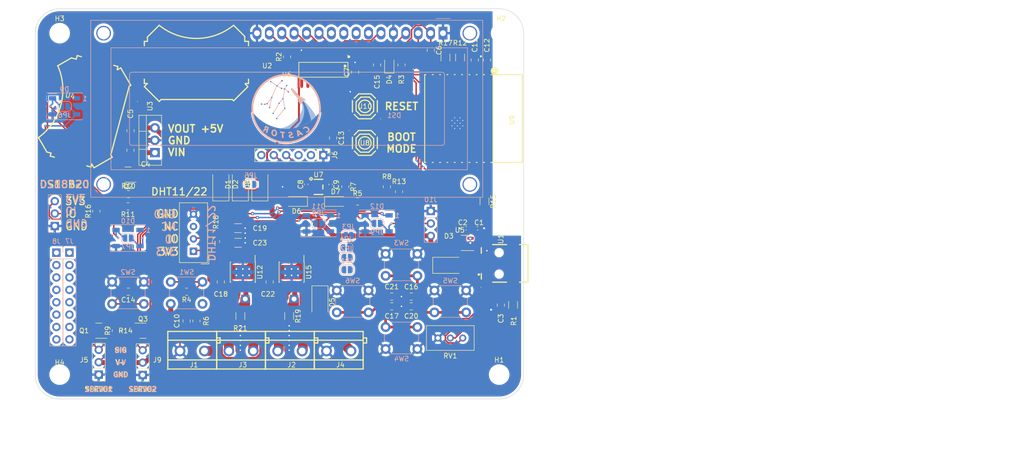
<source format=kicad_pcb>
(kicad_pcb (version 20211014) (generator pcbnew)
  (layers (0 "F.Cu" signal) (31 "B.Cu" signal) (34 "B.Paste" user) (35 "F.Paste" user) (36 "B.SilkS" user "B.Silkscreen") (37 "F.SilkS" user "F.Silkscreen") (38 "B.Mask" user) (39 "F.Mask" user) (44 "Edge.Cuts" user))
  (net 0 "")
  (net 1 "+BATT")
  (net 2 "GND")
  (net 3 "/VBUS")
  (net 4 "+3.3V")
  (net 5 "/D-")
  (net 6 "/D+")
  (net 7 "/GPIO9")
  (net 8 "/CHIP_PU")
  (net 9 "/VUSB")
  (net 10 "/GPIO4")
  (net 11 "Net-(D4-Pad2)")
  (net 16 "/GPIO5")
  (net 17 "Net-(DS1-Pad11)")
  (net 18 "Net-(DS1-Pad3)")
  (net 19 "Net-(DS1-Pad4)")
  (net 20 "Net-(DS1-Pad6)")
  (net 21 "Net-(DS1-Pad12)")
  (net 22 "Net-(DS1-Pad13)")
  (net 23 "Net-(DS1-Pad14)")
  (net 24 "Net-(DS1-Pad15)")
  (net 25 "/BTN")
  (net 26 "Net-(U15-Pad7)")
  (net 27 "/GPIO2")
  (net 28 "/GPIO8")
  (net 29 "/GPIO6")
  (net 30 "/GPIO7")
  (net 31 "/GPIO10")
  (net 32 "/RX")
  (net 33 "/TX")
  (net 34 "/GPIO3")
  (net 35 "/GPIO1")
  (net 36 "/GPIO0")
  (net 37 "Net-(C3-Pad1)")
  (net 38 "/EN_LDO")
  (net 39 "Net-(Q1-Pad1)")
  (net 40 "Net-(Q2-Pad1)")
  (net 41 "/SERVO1")
  (net 42 "Net-(Q3-Pad1)")
  (net 43 "/SERVO2")
  (net 44 "/A2_C")
  (net 45 "/A1_c")
  (net 46 "/HVBUS")
  (net 47 "Net-(C5-Pad2)")
  (net 48 "/DQ")
  (net 49 "/A1")
  (net 50 "/A2")
  (net 51 "Net-(D4-Pad1)")
  (net 52 "Net-(D5-Pad2)")
  (net 53 "Net-(D8-Pad2)")
  (net 54 "/DHT_DATA")
  (net 55 "Net-(C20-Pad2)")
  (net 56 "Net-(C21-Pad2)")
  (net 58 "Net-(U2-Pad2)")
  (net 62 "Net-(U6-Pad11)")
  (net 65 "Net-(D7-Pad2)")
  (net 66 "Net-(JP3-Pad1)")
  (net 68 "unconnected-(U5-Pad3)")
  (net 69 "/B1")
  (net 71 "Net-(R4-Pad1)")
  (net 72 "Net-(C14-Pad2)")
  (net 73 "Net-(D10-Pad4)")
  (net 74 "Net-(D10-Pad2)")
  (net 75 "Net-(D11-Pad2)")
  (net 76 "/B2")
  (net 77 "Net-(R21-Pad1)")
  (net 78 "/B2_C")
  (net 79 "Net-(D9-Pad4)")
  (net 80 "Net-(D12-Pad2)")
  (net 82 "Net-(J6-Pad3)")
  (net 87 "/B1_c")
  (net 88 "Net-(C16-Pad2)")
  (net 89 "Net-(C17-Pad2)")
  (footprint "Package_SO:Texas_HTSOP-8-1EP_3.9x4.9mm_P1.27mm_EP2.95x4.9mm_Mask2.4x3.1mm_ThermalVias" (layer "F.Cu") (at 62.5 74 -90)
    (fp_text reference "U12")
    (fp_text value "DRV8870DDA")
  )
  (footprint "Connector_PinHeader_2.54mm:PinHeader_1x03_P2.54mm_Vertical" (layer "F.Cu") (at 42 95.08 180)
    (fp_text reference "J9")
    (fp_text value "Conn_01x03_Male")
  )
  (footprint "0_JLCPCB_Footprints:BAT-SMD_MY-2032-12" (layer "F.Cu") (at 53 31.1905 180)
    (fp_text reference "U2")
    (fp_text value "MY-2032-12")
  )
  (footprint "0_JLCPCB_Footprints:MINI-USB-SMD_MINI-5PTP" (layer "F.Cu") (at 114.900051 72.200025 90)
    (fp_text reference "U1")
    (fp_text value "MINI_5PTP")
  )
  (footprint "Capacitor_SMD:C_0805_2012Metric" (layer "F.Cu") (at 51 84 -90)
    (fp_text reference "C10")
    (fp_text value "1u")
  )
  (footprint "Resistor_SMD:R_0805_2012Metric" (layer "F.Cu") (at 57 67.725 90)
    (fp_text reference "R18")
    (fp_text value "10k")
  )
  (footprint "Diode_SMD:D_SMA" (layer "F.Cu") (at 66 56 90)
    (fp_text reference "D8")
    (fp_text value "SS34")
  )
  (footprint "Capacitor_SMD:C_0805_2012Metric" (layer "F.Cu") (at 115.35014 80.750025 -90)
    (fp_text reference "C3")
    (fp_text value "4.7n")
  )
  (footprint "Resistor_SMD:R_0805_2012Metric" (layer "F.Cu") (at 71.5609 29.8575 90)
    (fp_text reference "R2")
    (fp_text value "220R")
  )
  (footprint "MountingHole:MountingHole_3.2mm_M3" (layer "F.Cu") (at 25 25)
    (fp_text reference "H3")
    (fp_text value "MountingHole_Pad")
  )
  (footprint "Resistor_SMD:R_0805_2012Metric" (layer "F.Cu") (at 32.5 61.5 90)
    (fp_text reference "R16")
    (fp_text value "4.7k")
  )
  (footprint "Resistor_SMD:R_0805_2012Metric" (layer "F.Cu") (at 51 78 180)
    (fp_text reference "R4")
    (fp_text value "10k")
  )
  (footprint "Capacitor_SMD:C_0402_1005Metric" (layer "F.Cu") (at 108.22 65)
    (fp_text reference "C2")
    (fp_text value "0.1u 50V")
  )
  (footprint "Capacitor_SMD:C_0805_2012Metric" (layer "F.Cu") (at 97 81)
    (fp_text reference "C20")
    (fp_text value "0.1u")
  )
  (footprint "0_JLCPCB_Footprints:BAT-SMD_MY-2032-12" (layer "F.Cu") (at 30.179011 41.065155 -105)
    (fp_text reference "U4")
    (fp_text value "MY-2032-12")
  )
  (footprint "Package_SO:Texas_HTSOP-8-1EP_3.9x4.9mm_P1.27mm_EP2.95x4.9mm_Mask2.4x3.1mm_ThermalVias" (layer "F.Cu") (at 72.5 74 -90)
    (fp_text reference "U15")
    (fp_text value "DRV8870DDA")
  )
  (footprint "Resistor_SMD:R_0805_2012Metric" (layer "F.Cu") (at 92 56.5 90)
    (fp_text reference "R8")
    (fp_text value "1k")
  )
  (footprint "Capacitor_SMD:C_0805_2012Metric" (layer "F.Cu") (at 93 79 180)
    (fp_text reference "C21")
    (fp_text value "0.1u")
  )
  (footprint "0_JLCPCB_Footprints:BULETM-SMD_ESPRESSIF_ESP32-C3-WROOM-02-N4-4MB" (layer "F.Cu") (at 106.649898 42.5 -90)
    (fp_text reference "U9")
    (fp_text value "ESP32-C3-WROOM-02-N4(4MB)")
  )
  (footprint "Sensor:Aosong_DHT11_5.5x12.0_P2.54mm" (layer "F.Cu") (at 52.4025 69.7125 180)
    (fp_text reference "U11" hide)
    (fp_text value "DHT11" hide)
  )
  (footprint "Package_TO_SOT_SMD:SOT-23" (layer "F.Cu") (at 39 54 180)
    (fp_text reference "Q2")
    (fp_text value "2N7002")
  )
  (footprint "Diode_SMD:D_SOD-123" (layer "F.Cu") (at 73.5 59.5 180)
    (fp_text reference "D6")
    (fp_text value "1N4148W")
  )
  (footprint "Capacitor_SMD:C_0805_2012Metric" (layer "F.Cu") (at 85.5 33 90)
    (fp_text reference "C7")
    (fp_text value "0.1u")
  )
  (footprint "0_JLCPCB_Footprints:CONN-TH_P5.00_KF301-5.0-2P" (layer "F.Cu") (at 72.5 90)
    (fp_text reference "J2")
    (fp_text value "Screw_Terminal_01x02")
  )
  (footprint "Resistor_SMD:R_1206_3216Metric" (layer "F.Cu") (at 107 30 90)
    (fp_text reference "R12")
    (fp_text value "10k")
  )
  (footprint "Capacitor_SMD:C_0805_2012Metric" (layer "F.Cu") (at 39.05 78 180)
    (fp_text reference "C14")
    (fp_text value "0.1u")
  )
  (footprint "0_JLCPCB_Footprints:SW-SMD_4P-L5.1-W5.1-P3.70-LS6.5-TL-2" (layer "F.Cu") (at 87.5 47.5)
    (fp_text reference "U8")
    (fp_text value "TS-1187A-B-A-B")
  )
  (footprint "Diode_SMD:D_SMA" (layer "F.Cu") (at 62 56 90)
    (fp_text reference "D1")
    (fp_text value "SS34")
  )
  (footprint "0_JLCPCB_Footprints:CONN-TH_P5.00_KF301-5.0-2P" (layer "F.Cu") (at 82.5 90)
    (fp_text reference "J4")
    (fp_text value "Screw_Terminal_01x02")
  )
  (footprint "Package_TO_SOT_SMD:SOT-23" (layer "F.Cu") (at 33 86 180)
    (fp_text reference "Q1")
    (fp_text value "2N7002")
  )
  (footprint "Capacitor_SMD:C_0805_2012Metric" (layer "F.Cu") (at 39.5 49 -90)
    (fp_text reference "C4")
    (fp_text value "0.47u 50v")
  )
  (footprint "Package_TO_SOT_SMD:SOT-23" (layer "F.Cu") (at 42.0625 86)
    (fp_text reference "Q3")
    (fp_text value "2N7002")
  )
  (footprint "Capacitor_SMD:C_0805_2012Metric" (layer "F.Cu") (at 39.5 45 90)
    (fp_text reference "C5")
    (fp_text value "0.1u")
  )
  (footprint "Capacitor_SMD:C_0805_2012Metric" (layer "F.Cu") (at 101 28.5 -90)
    (fp_text reference "C6")
    (fp_text value "0.1u")
  )
  (footprint "MountingHole:MountingHole_3.2mm_M3" (layer "F.Cu") (at 115 95)
    (fp_text reference "H1")
    (fp_text value "MountingHole_Pad")
  )
  (footprint "Diode_SMD:D_SMA" (layer "F.Cu") (at 104.8 72.6)
    (fp_text reference "D3")
    (fp_text value "SS34")
  )
  (footprint "Diode_SMD:D_SMA" (layer "F.Cu") (at 58 56 90)
    (fp_text reference "D2")
    (fp_text value "SS34")
  )
  (footprint "Resistor_SMD:R_0805_2012Metric" (layer "F.Cu") (at 39.0875 58)
    (fp_text reference "R10")
    (fp_text value "1k")
  )
  (footprint "Capacitor_SMD:C_1206_3216Metric" (layer "F.Cu") (at 61.525 64.975)
    (fp_text reference "C19")
    (fp_text value "10u 50V")
  )
  (footprint "0_JLCPCB_Footprints:SOT-23-5_L3.0-W1.7-P0.95-LS2.8-BR" (layer "F.Cu") (at 78 56.52 180)
    (fp_text reference "U7")
    (fp_text value "ME6211C33M5G-N")
  )
  (footprint "Capacitor_SMD:C_0805_2012Metric" (layer "F.Cu") (at 90 31.5 90)
    (fp_text reference "C15")
    (fp_text value "0.1u")
  )
  (footprint "Connector_PinHeader_2.54mm:PinHeader_1x06_P2.54mm_Vertical" (layer "F.Cu") (at 79 50 -90)
    (fp_text reference "J6")
    (fp_text value "Conn_01x06_Male")
  )
  (footprint "Resistor_SMD:R_0805_2012Metric" (layer "F.Cu") (at 94.5 57.5 90)
    (fp_text reference "R13")
    (fp_text value "1k")
  )
  (footprint "Diode_SMD:D_SMA" (layer "F.Cu") (at 78.3 80.2 -90)
    (fp_text reference "D5")
    (fp_text value "SS34")
  )
  (footprint "Resistor_SMD:R_0805_2012Metric" (layer "F.Cu") (at 86 59.5)
    (fp_text reference "R5")
    (fp_text value "1k")
  )
  (footprint "0_JLCPCB_Footprints:CONN-TH_P5.00_KF301-5.0-2P" (layer "F.Cu") (at 62.5 90)
    (fp_text reference "J3")
    (fp_text value "Screw_Terminal_01x02")
  )
  (footprint "LED_SMD:LED_0805_2012Metric" (layer "F.Cu") (at 92.5 31.5 90)
    (fp_text reference "D4")
    (fp_text value "LED")
  )
  (footprint "Capacitor_SMD:C_0805_2012Metric" (layer "F.Cu") (at 112.5 30.5 -90)
    (fp_text reference "C12")
    (fp_text value "0.1u")
  )
  (footprint "Resistor_SMD:R_1206_3216Metric" (layer "F.Cu") (at 62 83 -90)
    (fp_text reference "R21")
    (fp_text value "0R")
  )
  (footprint "Resistor_SMD:R_0805_2012Metric" (layer "F.Cu") (at 36.5 86 90)
    (fp_text reference "R9")
    (fp_text value "1k")
  )
  (footprint "Capacitor_SMD:C_0402_1005Metric" (layer "F.Cu") (at 75.5 56 90)
    (fp_text reference "C8")
    (fp_text value "1u 25V")
  )
  (footprint "Capacitor_SMD:C_0805_2012Metric" (layer "F.Cu") (at 58 76 -90)
    (fp_text reference "C18")
    (fp_text value "0.1u")
  )
  (footprint "Resistor_SMD:R_0805_2012Metric" (layer "F.Cu") (at 38.5 86 90)
    (fp_text reference "R14")
    (fp_text value "1k")
  )
  (footprint "Capacitor_SMD:C_0805_2012Metric" (layer "F.Cu") (at 68 76 -90)
    (fp_text reference "C22")
    (fp_text value "0.1u")
  )
  (footprint "Resistor_SMD:R_1206_3216Metric" (layer "F.Cu") (at 117.85014 80.700025 -90)
    (fp_text reference "R1")
    (fp_text value "1M")
  )
  (footprint "Resistor_SMD:R_0805_2012Metric" (layer "F.Cu") (at 53 84 -90)
    (fp_text reference "R6")
    (fp_text value "10k")
  )
  (footprint "0_JLCPCB_Footprints:PinHeader_1x01_P2.54mm_Vertical" (layer "F.Cu") (at 73 79.5)
    (fp_text reference "J13" hide)
    (fp_text value "Conn_01x01_Male")
  )
  (footprint "Resistor_SMD:R_1206_3216Metric" (layer "F.Cu") (at 72 83 -90)
    (fp_text reference "R19")
    (fp_text value "0R")
  )
  (footprint "MountingHole:MountingHole_3.2mm_M3" (layer "F.Cu") (at 115.4 25)
    (fp_text reference "H2")
    (fp_text value "MountingHole_Pad")
  )
  (footprint "Diode_SMD:D_SOD-123" (layer "F.Cu") (at 81.5 59.5)
    (fp_text reference "D7")
    (fp_text value "1N4148W")
  )
  (footprint "Package_TO_SOT_SMD:SOT-23-6" (layer "F.Cu") (at 108 68 180)
    (fp_text reference "U5")
    (fp_text value "SRV05-4-P-T7")
  )
  (footprint "0_JLCPCB_Footprints:CONN-TH_P5.00_KF301-5.0-2P" (layer "F.Cu") (at 52.5 90)
    (fp_text reference "J1")
    (fp_text value "Screw_Terminal_01x02")
  )
  (footprint "Resistor_SMD:R_1206_3216Metric" (layer "F.Cu") (at 104 30 90)
    (fp_text reference "R17")
    (fp_text value "10k")
  )
  (footprint "Capacitor_SMD:C_1206_3216Metric" (layer "F.Cu") (at 61.525 67.975)
    (fp_text reference "C23")
    (fp_text value "10u 50V")
  )
  (footprint "MountingHole:MountingHole_3.2mm_M3" (layer "F.Cu") (at 25 95)
    (fp_text reference "H4")
    (fp_text value "MountingHole_Pad")
  )
  (footprint "Resistor_SMD:R_1206_3216Metric" (layer "F.Cu") (at 112 59.5 -90)
    (fp_text reference "R15")
    (fp_text value "10k")
  )
  (footprint "Potentiometer_THT:Potentiometer_Bourns_3296W_Vertical" (layer "F.Cu") (at 102.46 87.5 180)
    (fp_text reference "RV1")
    (fp_text value "10k")
  )
  (footprint "Capacitor_SMD:C_0805_2012Metric" (layer "F.Cu") (at 81 46.5 -90)
    (fp_text reference "C13")
    (fp_text value "0.1u")
  )
  (footprint "Package_TO_SOT_THT:TO-220-3_Vertical" (layer "F.Cu") (at 44.5 49.5 90)
    (fp_text reference "U3")
    (fp_text value "L7805")
  )
  (footprint "Capacitor_SMD:C_0402_1005Metric" (layer "F.Cu") (at 110.58 65)
    (fp_text reference "C1")
    (fp_text value "0.1u 50V")
  )
  (footprint "0_JLCPCB_Footprints:SW-SMD_4P-L5.1-W5.1-P3.70-LS6.5-TL-2" (layer "F.Cu") (at 87.5 40 180)
    (fp_text reference "U10")
    (fp_text value "TS-1187A-B-A-B")
  )
  (footprint "0_JLCPCB_Footprints:SOIC-16_L9.9-W3.9-P1.27-LS6.0-BL" (layer "F.Cu") (at 79.0009 32.5 180)
    (fp_text reference "U6")
    (fp_text value "74HC595")
  )
  (footprint "Connector_PinHeader_2.54mm:PinHeader_1x03_P2.54mm_Vertical" (layer "F.Cu") (at 33 95 180)
    (fp_text reference "J5")
    (fp_text value "Conn_01x03_Male")
  )
  (footprint "Resistor_SMD:R_0805_2012Metric" (layer "F.Cu") (at 83.5 56.5 -90)
    (fp_text reference "R7")
    (fp_text value "1M")
  )
  (footprint "Resistor_SMD:R_0805_2012Metric" (layer "F.Cu") (at 95 31.5 -90)
    (fp_text reference "R3")
    (fp_text value "1k")
  )
  (footprint "Capacitor_SMD:C_0805_2012Metric" (layer "F.Cu") (at 110 30.5 90)
    (fp_text reference "C11")
    (fp_text value "10u")
  )
  (footprint "Capacitor_SMD:C_0402_1005Metric" (layer "F.Cu") (at 80.5 56.02 -90)
    (fp_text reference "C9")
    (fp_text value "1u 25V")
  )
  (footprint "Capacitor_SMD:C_0805_2012Metric" (layer "F.Cu") (at 93 81 180)
    (fp_text reference "C17")
    (fp_text value "0.1u")
  )
  (footprint "Resistor_SMD:R_0805_2012Metric" (layer "F.Cu") (at 39 60.5 180)
    (fp_text reference "R11")
    (fp_text value "5.1k")
  )
  (footprint "Connector_PinHeader_2.54mm:PinHeader_1x01_P2.54mm_Vertical" (layer "F.Cu") (at 63 79.5)
    (fp_text reference "J12" hide)
    (fp_text value "Conn_01x01_Male")
  )
  (footprint "Capacitor_SMD:C_0805_2012Metric" (layer "F.Cu") (at 97 79)
    (fp_text reference "C16")
    (fp_text value "0.1u")
  )
  (footprint "Connector_PinHeader_2.54mm:PinHeader_1x08_P2.54mm_Vertical" (layer "B.Cu") (at 27 70 180)
    (fp_text reference "J7")
    (fp_text value "Conn_01x08")
  )
  (footprint "Jumper:SolderJumper-2_P1.3mm_Open_RoundedPad1.0x1.5mm" (layer "B.Cu") (at 78 64)
    (fp_text reference "JP8")
    (fp_text value "led bypass")
  )
  (footprint "Jumper:SolderJumper-2_P1.3mm_Open_RoundedPad1.0x1.5mm" (layer "B.Cu") (at 83.85 73.5 180)
    (fp_text reference "JP1")
    (fp_text value "Latch bypass")
  )
  (footprint "Jumper:SolderJumper-2_P1.3mm_Open_RoundedPad1.0x1.5mm" (layer "B.Cu") (at 64.15 56 180)
    (fp_text reference "JP5")
    (fp_text value "led bypass")
  )
  (footprint "Jumper:SolderJumper-2_P1.3mm_Open_RoundedPad1.0x1.5mm" (layer "B.Cu") (at 90 64)
    (fp_text reference "JP9")
    (fp_text value "led bypass")
  )
  (footprint "Connector_PinHeader_2.54mm:PinHeader_1x03_P2.54mm_Vertical" (layer "B.Cu") (at 24 64.525)
    (fp_text reference "J11" hide)
    (fp_text value "DS18B20 temperature sensor")
  )
  (footprint "Button_Switch_THT:SW_PUSH_6mm" (layer "B.Cu") (at 108.25 77.75 180)
    (fp_text reference "SW5")
    (fp_text value "SW_Push")
  )
  (footprint "Button_Switch_THT:SW_PUSH_6mm" (layer "B.Cu") (at 91.75 89.75)
    (fp_text reference "SW4")
    (fp_text value "SW_Push")
  )
  (footprint "Jumper:SolderJumper-2_P1.3mm_Open_RoundedPad1.0x1.5mm" (layer "B.Cu") (at 83.85 71 180)
    (fp_text reference "JP2")
    (fp_text value "VIN DIODE BYPASS")
  )
  (footprint "Button_Switch_THT:SW_PUSH_6mm" (layer "B.Cu") (at 98.25 70.25 180)
    (fp_text reference "SW3")
    (fp_text value "SW_Push")
  )
  (footprint "Display:WC1602A" (layer "B.Cu") (at 103.5009 25 180)
    (fp_text reference "DS1")
    (fp_text value "WC1602A")
  )
  (footprint "Connector_PinHeader_2.54mm:PinHeader_1x03_P2.54mm_Vertical" (layer "B.Cu") (at 101 61.475 180)
    (fp_text reference "J10")
    (fp_text value "Conn_01x03_Male")
  )
  (footprint "Button_Switch_THT:SW_PUSH_6mm" (layer "B.Cu") (at 54.25 76 180)
    (fp_text reference "SW1")
    (fp_text value "SW_Push")
  )
  (footprint "Jumper:SolderJumper-2_P1.3mm_Open_RoundedPad1.0x1.5mm" (layer "B.Cu") (at 39 67)
    (fp_text reference "JP7")
    (fp_text value "led bypass")
  )
  (footprint "Button_Switch_THT:SW_PUSH_6mm" (layer "B.Cu") (at 88.25 77.75 180)
    (fp_text reference "SW6")
    (fp_text value "SW_Push")
  )
  (footprint "LED_SMD:LED_WS2812B_PLCC4_5.0x5.0mm_P3.2mm" (layer "B.Cu") (at 78 64 180)
    (fp_text reference "D11")
    (fp_text value "WS2812B")
  )
  (footprint "Jumper:SolderJumper-2_P1.3mm_Open_RoundedPad1.0x1.5mm" (layer "B.Cu") (at 26 40)
    (fp_text reference "JP6")
    (fp_text value "led bypass")
  )
  (footprint "Connector_PinHeader_2.54mm:PinHeader_1x08_P2.54mm_Vertical" (layer "B.Cu") (at 24.33 70.005 180)
    (fp_text reference "J8")
    (fp_text value "Conn_01x08")
  )
  (footprint "Jumper:SolderJumper-2_P1.3mm_Open_RoundedPad1.0x1.5mm" (layer "B.Cu") (at 84.15 66.5 180)
    (fp_text reference "JP3")
    (fp_text value "Latch control")
  )
  (footprint "0_JLCPCB_Footprints:Castor logo" (layer "B.Cu") (at 78.500864 33.357536 180)
    (fp_text reference "LOGO1" hide)
    (fp_text value "CASTOR" hide)
  )
  (footprint "Jumper:SolderJumper-2_P1.3mm_Open_RoundedPad1.0x1.5mm" (layer "B.Cu") (at 83.65 69 180)
    (fp_text reference "JP4")
    (fp_text value "Power LED")
  )
  (footprint "LED_SMD:LED_WS2812B_PLCC4_5.0x5.0mm_P3.2mm" (layer "B.Cu") (at 90 64 180)
    (fp_text reference "D12")
    (fp_text value "WS2812B")
  )
  (footprint "Button_Switch_THT:SW_PUSH_6mm" (layer "B.Cu") (at 42.25 76 180)
    (fp_text reference "SW2")
    (fp_text value "SW_Push")
  )
  (footprint "LED_SMD:LED_WS2812B_PLCC4_5.0x5.0mm_P3.2mm" (layer "B.Cu") (at 26 40 180)
    (fp_text reference "D9")
    (fp_text value "WS2812B")
  )
  (footprint "LED_SMD:LED_WS2812B_PLCC4_5.0x5.0mm_P3.2mm" (layer "B.Cu") (at 39 67 180)
    (fp_text reference "D10")
    (fp_text value "WS2812B")
  )
  (gr_arc locked (start 25 100) (mid 21.464466 98.535534) (end 20 95) (layer "Edge.Cuts") (width 0.1))
  (gr_arc locked (start 115 20) (mid 118.535534 21.464466) (end 120 25) (layer "Edge.Cuts") (width 0.1))
  (gr_line locked (start 20 95) (end 20 25) (layer "Edge.Cuts") (width 0.1))
  (gr_arc locked (start 120 95) (mid 118.535534 98.535534) (end 115 100) (layer "Edge.Cuts") (width 0.1))
  (gr_arc locked (start 20 25) (mid 21.464466 21.464466) (end 25 20) (layer "Edge.Cuts") (width 0.1))
  (gr_line locked (start 115 100) (end 25 100) (layer "Edge.Cuts") (width 0.1))
  (gr_line locked (start 25 20) (end 115 20) (layer "Edge.Cuts") (width 0.1))
  (gr_line locked (start 120 25) (end 120 95) (layer "Edge.Cuts") (width 0.1))
  (gr_text "3V3\nIO\nGND" (at 26 61.54) (layer "B.SilkS") (effects (font (size 1.6 1.5) (thickness 0.25)) (justify right mirror)))
  (gr_text "GND" (at 37.5 95) (layer "B.SilkS") (effects (font (size 1 1) (thickness 0.25)) (justify mirror)))
  (gr_text "DHT11/22" (at 56 66 270) (layer "B.SilkS") (effects (font (size 1.5 1.5) (thickness 0.25)) (justify mirror)))
  (gr_text "SERVO1" (at 33 98) (layer "B.SilkS") (effects (font (size 1 1) (thickness 0.25)) (justify mirror)))
  (gr_text "DS18B20" (at 26 56) (layer "B.SilkS") (effects (font (size 1.5 1.5) (thickness 0.25)) (justify mirror)))
  (gr_text "SIG" (at 37.5 90) (layer "B.SilkS") (effects (font (size 1 1) (thickness 0.25)) (justify mirror)))
  (gr_text "SERVO2" (at 42 98) (layer "B.SilkS") (effects (font (size 1 1) (thickness 0.25)) (justify mirror)))
  (gr_text "GND\nNC\nIO\n3V3" (at 49 66) (layer "B.SilkS") (effects (font (size 1.6 1.5) (thickness 0.25)) (justify left mirror)))
  (gr_text "V+" (at 37.5 92.5) (layer "B.SilkS") (effects (font (size 1 1) (thickness 0.25)) (justify mirror)))
  (gr_text "SERVO2" (at 42 98) (layer "F.SilkS") (effects (font (size 1 1) (thickness 0.25))))
  (gr_text "GND\nNC\nIO\n3V3" (at 49.5225 65.9025) (layer "F.SilkS") (effects (font (size 1.6 1.5) (thickness 0.25)) (justify right)))
  (gr_text "VOUT +5V\nGND\nVIN" (at 47 47) (layer "F.SilkS") (effects (font (size 1.5 1.5) (thickness 0.3)) (justify left)))
  (gr_text "GND" (at 37.5 95) (layer "F.SilkS") (effects (font (size 1 1) (thickness 0.25))))
  (gr_text "SERVO1" (at 33 98) (layer "F.SilkS") (effects (font (size 1 1) (thickness 0.25))))
  (gr_text "V+" (at 37.5 92.5) (layer "F.SilkS") (effects (font (size 1 1) (thickness 0.25))))
  (gr_text "BOOT\nMODE" (at 95 47.5) (layer "F.SilkS") (effects (font (size 1.5 1.5) (thickness 0.3))))
  (gr_text "RESET" (at 95 40) (layer "F.SilkS") (effects (font (size 1.5 1.5) (thickness 0.3))))
  (gr_text "3V3\nIO\nGND" (at 26 62) (layer "F.SilkS") (effects (font (size 1.6 1.5) (thickness 0.25)) (justify left)))
  (gr_text "SIG" (at 37.5 90) (layer "F.SilkS") (effects (font (size 1 1) (thickness 0.25))))
  (gr_text "DS18B20" (at 26 56) (layer "F.SilkS") (effects (font (size 1.5 1.5) (thickness 0.25))))
  (gr_text "DHT11/22" (at 49.5 57.5) (layer "F.SilkS") (effects (font (size 1.5 1.5) (thickness 0.25))))
  (segment (start 62 54) (end 62 33.350013) (width 1) (layer "F.Cu") (net 1))
  (segment (start 62 33.350013) (end 64.350013 31) (width 1) (layer "F.Cu") (net 1))
  (segment (start 115.35014 81.700025) (end 113.35014 81.700025) (width 0.3) (layer "F.Cu") (net 2))
  (segment (start 70.670051 56.52) (end 76.699898 56.52) (width 0.64) (layer "F.Cu") (net 2))
  (segment (start 111.949962 70.150038) (end 112.5 69.6) (width 0.64) (layer "F.Cu") (net 2))
  (segment (start 79.635901 35.235585) (end 79.635901 34.552095) (width 0.3) (layer "F.Cu") (net 2))
  (segment (start 95 79) (end 93.95 79) (width 0.55) (layer "F.Cu") (net 2))
  (segment (start 64.405 72.095) (end 62.5 74) (width 1) (layer "F.Cu") (net 2))
  (segment (start 111.25 29.75) (end 111.45 29.55) (width 1) (layer "F.Cu") (net 2))
  (segment (start 39.5 48.05) (end 40.59 46.96) (width 1) (layer "F.Cu") (net 2))
  (segment (start 62 85) (end 62 86) (width 2) (layer "F.Cu") (net 2))
  (segment (start 95 81) (end 95 79) (width 0.55) (layer "F.Cu") (net 2))
  (segment (start 76.699898 56.52) (end 75.54 56.52) (width 0.64) (layer "F.Cu") (net 2))
  (segment (start 70.650051 56.5) (end 70.670051 56.52) (width 0.64) (layer "F.Cu") (net 2))
  (segment (start 101 29.45) (end 103.5009 26.9491) (width 0.3) (layer "F.Cu") (net 2))
  (segment (start 72 88) (end 72 89) (width 2) (layer "F.Cu") (net 2))
  (segment (start 84.200025 38.149809) (end 84.200025 37.299975) (width 0.3) (layer "F.Cu") (net 2))
  (segment (start 81 47.45) (end 81 48.925) (width 0.3) (layer "F.Cu") (net 2))
  (segment (start 96.05 81) (end 95 81) (width 0.55) (layer "F.Cu") (net 2))
  (segment (start 85.5 32.05) (end 85.5 31) (width 0.5) (layer "F.Cu") (net 2))
  (segment (start 40.59 46.96) (end 44.5 46.96) (width 1) (layer "F.Cu") (net 2))
  (segment (start 63.8 74.65) (end 71.2 74.65) (width 1.5) (layer "F.Cu") (net 2))
  (segment (start 40 78) (end 40.25 78) (width 0.3) (layer "F.Cu") (net 2))
  (segment (start 115.35014 81.700025) (end 117.38764 81.700025) (width 0.3) (layer "F.Cu") (net 2))
  (segment (start 81 48.925) (end 79.925 50) (width 0.3) (layer "F.Cu") (net 2))
  (segment (start 96.05 79) (end 95 79) (width 0.55) (layer "F.Cu") (net 2))
  (segment (start 84.200025 37.299975) (end 84.5 37) (width 0.3) (layer "F.Cu") (net 2))
  (segment (start 109.119397 68) (end 109.095415 68.023982) (width 0.4) (layer "F.Cu") (net 2))
  (segment (start 111.06 65) (end 111.93 65) (width 0.3) (layer "F.Cu") (net 2))
  (segment (start 75.825894 34.552095) (end 75.825894 35.235585) (width 0.3) (layer "F.Cu") (net 2))
  (segment (start 62 87) (end 62 88) (width 2) (layer "F.Cu") (net 2))
  (segment (start 62 86) (end 62 87) (width 2) (layer "F.Cu") (net 2))
  (segment (start 63 66) (end 63 67) (width 2) (layer "F.Cu") (net 2))
  (segment (start 53 84.9125) (end 51.0375 84.9125) (width 0.3) (layer "F.Cu") (net 2))
  (segment (start 62 89) (end 62 90) (width 2) (layer "F.Cu") (net 2))
  (segment (start 51 84.95) (end 49.646012 86.303988) (width 0.3) (layer "F.Cu") (net 2))
  (segment (start 86.502 34.048) (end 86.502 34.998) (width 0.3) (layer "F.Cu") (net 2))
  (segment (start 74.555891 28.555891) (end 74.5 28.5) (width 0.3) (layer "F.Cu") (net 2))
  (segment (start 109.1375 68) (end 109.119397 68) (width 0.4) (layer "F.Cu") (net 2))
  (segment (start 62 88) (end 62 89) (width 2) (layer "F.Cu") (net 2))
  (segment (start 40.25 78) (end 42.25 76) (width 0.3) (layer "F.Cu") (net 2))
  (segment (start 62 84.4625) (end 62 85) (width 2) (layer "F.Cu") (net 2))
  (segment (start 71.2 73.35) (end 63.8 73.35) (width 1.5) (layer "F.Cu") (net 2))
  (segment (start 117.38764 81.700025) (end 117.85014 82.162525) (width 0.3) (layer "F.Cu") (net 2))
  (segment (start 74.405 71.125) (end 74.405 72.095) (width 1) (layer "F.Cu") (net 2))
  (segment (start 90 30.55) (end 86.502 34.048) (width 0.3) (layer "F.Cu") (net 2))
  (segment (start 61.2 74.65) (end 58.4 74.65) (width 1.5) (layer "F.Cu") (net 2))
  (segment (start 72 86) (end 72 87) (width 2) (layer "F.Cu") (net 2))
  (segment (start 111.949962 70.600203) (end 111.949962 70.150038) (width 0.64) (layer "F.Cu") (net 2))
  (segment (start 95 81) (end 93.95 81) (width 0.55) (layer "F.Cu") (net 2))
  (segment (start 72 87) (end 72 88) (width 2) (layer "F.Cu") (net 2))
  (segment (start 74.555891 29.764415) (end 74.555891 28.555891) (width 0.3) (layer "F.Cu") (net 2))
  (segment (start 58.4 74.65) (end 58 75.05) (width 1.5) (layer "F.Cu") (net 2))
  (segment (start 39.5 45.95) (end 39.5 48.05) (width 1) (layer "F.Cu") (net 2))
  (segment (start 111.05 29.55) (end 110 29.55) (width 1) (layer "F.Cu") (net 2))
  (segment (start 63 64.975) (end 63 66) (width 2) (layer "F.Cu") (net 2))
  (segment (start 72 89) (end 72 90) (width 2) (layer "F.Cu") (net 2))
  (segment (start 75.54 56.52) (end 75.5 56.48) (width 0.64) (layer "F.Cu") (net 2))
  (segment (start 80.5 56.5) (end 70.650051 56.5) (width 0.64) (layer "F.Cu") (net 2))
  (segment (start 39.5 45.95) (end 34.929152 45.95) (width 0.64) (layer "F.Cu") (net 2))
  (segment (start 72 84.4625) (end 72 85) (width 2) (layer "F.Cu") (net 2))
  (segment (start 79.635901 34.552095) (end 79.056895 33.973089) (width 0.3) (layer "F.Cu") (net 2))
  (segment (start 107.74 65) (end 106.87 65) (width 0.3) (layer "F.Cu") (net 2))
  (segment (start 34.929152 45.95) (end 29.995002 41.01585) (width 0.64) (layer "F.Cu") (net 2))
  (segment (start 49.646012 86.303988) (end 49.646012 90.15) (width 0.3) (layer "F.Cu") (net 2))
  (segment (start 111.25 29.75) (end 111.05 29.55) (width 1) (layer "F.Cu") (net 2))
  (segment (start 111.45 29.55) (end 112.5 29.55) (width 1) (layer "F.Cu") (net 2))
  (segment (start 64.405 71.125) (end 64.405 72.095) (width 1) (layer "F.Cu") (net 2))
  (segment (start 83.5 55.5875) (end 81.4125 55.5875) (width 0.3) (layer "F.Cu") (net 2))
  (segment (start 74.405 72.095) (end 72.5 74) (width 1) (layer "F.Cu") (net 2))
  (segment (start 79.056895 33.973089) (end 76.4049 33.973089) (width 0.3) (layer "F.Cu") (net 2))
  (segment (start 103.5009 26.9491) (end 103.5009 25) (width 0.3) (layer "F.Cu") (net 2))
  (segment (start 81.4125 55.5875) (end 80.5 56.5) (width 0.3) (layer "F.Cu") (net 2))
  (segment (start 86.502 34.998) (end 84.5 37) (width 0.3) (layer "F.Cu") (net 2))
  (segment (start 84.5 37) (end 81.168406 37) (width 0.3) (layer "F.Cu") (net 2))
  (segment (start 63 67) (end 63 67.975) (width 2) (layer "F.Cu") (net 2))
  (segment (start 72 85) (end 72 86) (width 2) (layer "F.Cu") (net 2))
  (segment (start 51.0375 84.9125) (end 51 84.95) (width 0.3) (layer "F.Cu") (net 2))
  (segment (start 79.925 50) (end 79 50) (width 0.3) (layer "F.Cu") (net 2))
  (segment (start 79.635901 35.467495) (end 79.635901 35.235585) (width 0.3) (layer "F.Cu") (net 2))
  (segment (start 81.168406 37) (end 79.635901 35.467495) (width 0.3) (layer "F.Cu") (net 2))
  (segment (start 76.4049 33.973089) (end 75.825894 34.552095) (width 0.3) (layer "F.Cu") (net 2))
  (via (at 106.87 65) (size 0.8) (drill 0.4) (layers "F.Cu" "B.Cu") (net 2))
  (via (at 62 89) (size 0.7) (drill 0.3) (layers "F.Cu" "B.Cu") (net 2))
  (via (at 63 67) (size 0.7) (drill 0.3) (layers "F.Cu" "B.Cu") (net 2))
  (via (at 74.5 28.5) (size 0.7) (drill 0.3) (layers "F.Cu" "B.Cu") (net 2))
  (via (at 72 89) (size 0.7) (drill 0.3) (layers "F.Cu" "B.Cu") (net 2))
  (via (at 72 90) (size 0.7) (drill 0.3) (layers "F.Cu" "B.Cu") (net 2))
  (via (at 107 42.35) (size 0.4) (drill 0.2) (layers "F.Cu" "B.Cu") (net 2))
  (via (at 63 66) (size 0.7) (drill 0.3) (layers "F.Cu" "B.Cu") (net 2))
  (via (at 85.5 31) (size 0.7) (drill 0.3) (layers "F.Cu" "B.Cu") (net 2))
  (via (at 105.9 42.34) (size 0.4) (drill 0.2) (layers "F.Cu" "B.Cu") (net 2))
  (via (at 105.9 44.56) (size 0.4) (drill 0.2) (layers "F.Cu" "B.Cu") (net 2))
  (via (at 72 85) (size 0.7) (drill 0.3) (layers "F.Cu" "B.Cu") (net 2))
  (via (at 105.9 43.46) (size 0.4) (drill 0.2) (layers "F.Cu" "B.Cu") (net 2))
  (via (at 113.35014 81.700025) (size 0.8) (drill 0.4) (layers "F.Cu" "B.Cu") (net 2))
  (via (at 112.5 69.6) (size 0.7) (drill 0.3) (layers "F.Cu" "B.Cu") (net 2))
  (via (at 70.650051 56.5) (size 0.7) (drill 0.3) (layers "F.Cu" "B.Cu") (net 2))
  (via (at 62 85) (size 0.7) (drill 0.3) (layers "F.Cu" "B.Cu") (net 2))
  (via (at 72 86) (size 0.7) (drill 0.3) (layers "F.Cu" "B.Cu") (net 2))
  (via (at 107.55 42.91) (size 0.4) (drill 0.2) (layers "F.Cu" "B.Cu") (net 2))
  (via (at 107 43.47) (size 0.4) (drill 0.2) (layers "F.Cu" "B.Cu") (net 2))
  (via (at 106.45 44.01) (size 0.4) (drill 0.2) (layers "F.Cu" "B.Cu") (net 2))
  (via (at 63 67.975) (size 0.7) (drill 0.3) (layers "F.Cu" "B.Cu") (net 2))
  (via (at 107.54 44.01) (size 0.4) (drill 0.2) (layers "F.Cu" "B.Cu") (net 2))
  (via (at 72 88) (size 0.7) (drill 0.3) (layers "F.Cu" "B.Cu") (net 2))
  (via (at 62 86) (size 0.7) (drill 0.3) (layers "F.Cu" "B.Cu") (net 2))
  (via (at 62 88) (size 0.7) (drill 0.3) (layers "F.Cu" "B.Cu") (net 2))
  (via (at 111.93 65) (size 0.8) (drill 0.4) (layers "F.Cu" "B.Cu") (net 2))
  (via (at 62 90) (size 0.7) (drill 0.3) (layers "F.Cu" "B.Cu") (net 2))
  (via (at 105.34 42.91) (size 0.4) (drill 0.2) (layers "F.Cu" "B.Cu") (net 2))
  (via (at 105.34 44.01) (size 0.4) (drill 0.2) (layers "F.Cu" "B.Cu") (net 2))
  (via (at 72 87) (size 0.7) (drill 0.3) (layers "F.Cu" "B.Cu") (net 2))
  (via (at 111.25 29.75) (size 0.8) (drill 0.4) (layers "F.Cu" "B.Cu") (net 2))
  (via (at 84.5 37) (size 0.7) (drill 0.3) (layers "F.Cu" "B.Cu") (net 2))
  (via (at 95 79) (size 0.7) (drill 0.3) (layers "F.Cu" "B.Cu") (net 2))
  (via (at 109.095415 68.023982) (size 0.8) (drill 0.4) (layers "F.Cu" "B.Cu") (net 2))
  (via (at 107 44.56) (size 0.4) (drill 0.2) (layers "F.Cu" "B.Cu") (net 2))
  (via (at 95 81) (size 0.7) (drill 0.3) (layers "F.Cu" "B.Cu") (net 2))
  (via (at 106.45 42.91) (size 0.4) (drill 0.2) (layers "F.Cu" "B.Cu") (net 2))
  (via (at 62 87) (size 0.7) (drill 0.3) (layers "F.Cu" "B.Cu") (net 2))
  (via (at 63 64.975) (size 0.7) (drill 0.3) (layers "F.Cu" "B.Cu") (net 2))
  (segment (start 101 27.55) (end 101 25.0391) (width 0.3) (layer "F.Cu") (net 3))
  (segment (start 73.927888 36.180205) (end 74 36.252317) (width 0.4) (layer "F.Cu") (net 3))
  (segment (start 101 66.555) (end 81.155 66.555) (width 1) (layer "F.Cu") (net 3))
  (segment (start 77.5 62.5) (end 78.073499 61.926501) (width 0.3) (layer "F.Cu") (net 3))
  (segment (start 104.003 87.912971) (end 104.003 87.087029) (width 0.3) (layer "F.Cu") (net 3))
  (segment (start 83.445909 34.552095) (end 83.445909 35.235585) (width 0.3) (layer "F.Cu") (net 3))
  (segment (start 97.933371 23.423) (end 97.0579 24.298471) (width 0.3) (layer "F.Cu") (net 3))
  (segment (start 46 60.5) (end 48.5 58) (width 0.3) (layer "F.Cu") (net 3))
  (segment (start 108.778244 83.527) (end 110 82.305244) (width 0.3) (layer "F.Cu") (net 3))
  (segment (start 104.403501 74.203501) (end 102.8 72.6) (width 0.3) (layer "F.Cu") (net 3))
  (segment (start 99.3839 23.423) (end 97.933371 23.423) (width 0.3) (layer "F.Cu") (net 3))
  (segment (start 25.264804 54.20463) (end 29.692292 54.20463) (width 0.3) (layer "F.Cu") (net 3))
  (segment (start 74 34.218853) (end 73.927888 34.290965) (width 0.4) (layer "F.Cu") (net 3))
  (segment (start 39.9125 60.5) (end 46 60.5) (width 0.3) (layer "F.Cu") (net 3))
  (segment (start 47.75 80.5) (end 47.75 82.25) (width 1) (layer "F.Cu") (net 3))
  (segment (start 78.3 63.3) (end 77.5 62.5) (width 1) (layer "F.Cu") (net 3))
  (segment (start 36.5 88.96) (end 33 92.46) (width 0.3) (layer "F.Cu") (net 3))
  (segment (start 104.587029 88.497) (end 104.003 87.912971) (width 0.3) (layer "F.Cu") (net 3))
  (segment (start 48.5 58) (end 58 58) (width 0.3) (layer "F.Cu") (net 3))
  (segment (start 42.46 92.54) (end 42 92.54) (width 1) (layer "F.Cu") (net 3))
  (segment (start 97.0579 24.298471) (end 97.0579 25.887529) (width 0.3) (layer "F.Cu") (net 3))
  (segment (start 86.499501 27.500499) (end 84.058494 29.941506) (width 0.3) (layer "F.Cu") (net 3))
  (segment (start 75.550038 55.570038) (end 75.5 55.52) (width 0.64) (layer "F.Cu") (net 3))
  (segment (start 36.964662 61.477) (end 38.9355 61.477) (width 0.3) (layer "F.Cu") (net 3))
  (segment (start 81.155 66.555) (end 78.3 63.7) (width 1) (layer "F.Cu") (net 3))
  (segment (start 104.003 87.087029) (end 107.563029 83.527) (width 0.3) (layer "F.Cu") (net 3))
  (segment (start 36.5 86.9125) (end 36.5 88.96) (width 0.3) (layer "F.Cu") (net 3))
  (segment (start 101 70.8) (end 102.8 72.6) (width 1) (layer "F.Cu") (net 3))
  (segment (start 85.5 33.95) (end 84.731494 33.95) (width 0.5) (layer "F.Cu") (net 3))
  (segment (start 22.5 39) (end 22.5 51.439826) (width 0.3) (layer "F.Cu") (net 3))
  (segment (start 110 82.305244) (end 110 76) (width 0.3) (layer "F.Cu") (net 3))
  (segment (start 100.9609 25) (end 99.3839 23.423) (width 0.3) (layer "F.Cu") (net 3))
  (segment (start 107.563029 83.527) (end 108.778244 83.527) (width 0.3) (layer "F.Cu") (net 3))
  (segment (start 68.5 58) (end 68.5 54) (width 1) (layer "F.Cu") (net 3))
  (segment (start 75.5 55.52) (end 73.98 54) (width 1) (layer "F.Cu") (net 3))
  (segment (start 74 33.54) (end 74 34.218853) (width 0.4) (layer "F.Cu") (net 3))
  (segment (start 65.5 57.5) (end 66 58) (width 1) (layer "F.Cu") (net 3))
  (segment (start 78.073499 61.926501) (end 90.926501 61.926501) (width 0.3) (layer "F.Cu") (net 3))
  (segment (start 77.384324 62.615676) (end 69.115676 62.615676) (width 1) (layer "F.Cu") (net 3))
  (segment (start 77.5 62.5) (end 77.384324 62.615676) (width 1) (layer "F.Cu") (net 3))
  (segment (start 106.543 88.497) (end 104.587029 88.497) (width 0.3) (layer "F.Cu") (net 3))
  (segment (start 74 42.98947) (end 67.477 49.51247) (width 0.4) (layer "F.Cu") (net 3))
  (segment (start 79.920725 31.026911) (end 83.445909 34.552095) (width 0.3) (layer "F.Cu") (net 3))
  (segment (start 33.08 92.54) (end 33 92.46) (width 1) (layer "F.Cu") (net 3))
  (segment (start 69.115676 62.615676) (end 68.5 62) (width 1) (layer "F.Cu") (net 3))
  (segment (start 71.5609 30.77) (end 71.23 30.77) (width 0.4) (layer "F.Cu") (net 3))
  (segment (start 66 58) (end 68.5 58) (width 1) (layer "F.Cu") (net 3))
  (segment (start 84.731494 33.95) (end 83.445909 35.235585) (width 0.5) (layer "F.Cu") (net 3))
  (segment (start 84.058494 34.623) (end 83.445909 35.235585) (width 0.3) (layer "F.Cu") (net 3))
  (segment (start 67.477 49.51247) (end 67.477 51.477) (width 0.4) (layer "F.Cu") (net 3))
  (segment (start 107.54 87.5) (end 106.543 88.497) (width 0.3) (layer "F.Cu") (net 3))
  (segment (start 71.23 30.77) (end 74 33.54) (width 0.4) (layer "F.Cu") (net 3))
  (segment (start 45 90) (end 42.46 92.54) (width 1) (layer "F.Cu") (net 3))
  (segment (start 47.75 82.25) (end 45 85) (width 1) (layer "F.Cu") (net 3))
  (segment (start 68.5 62) (end 68.5 58) (width 1) (layer "F.Cu") (net 3))
  (segment (start 97.0579 25.887529) (end 95.44493 27.500499) (width 0.3) (layer "F.Cu") (net 3))
  (segment (start 58 58) (end 58.5 57.5) (width 1) (layer "F.Cu") (net 3))
  (segment (start 74 36.252317) (end 74 42.98947) (width 0.4) (layer "F.Cu") (net 3))
  (segment (start 110 76) (end 108.203501 74.203501) (width 0.3) (layer "F.Cu") (net 3))
  (segment (start 42 92.54) (end 33.08 92.54) (width 1) (layer "F.Cu") (net 3))
  (segment (start 71.817811 31.026911) (end 79.920725 31.026911) (width 0.3) (layer "F.Cu") (net 3))
  (segment (start 29.692292 54.20463) (end 36.964662 61.477) (width 0.3) (layer "F.Cu") (net 3))
  (segment (start 108.203501 74.203501) (end 104.403501 74.203501) (width 0.3) (layer "F.Cu") (net 3))
  (segment (start 73.927888 34.290965) (end 73.927888 36.180205) (width 0.4) (layer "F.Cu") (net 3))
  (segment (start 45 85) (end 45 90) (width 1) (layer "F.Cu") (net 3))
  (segment (start 76.699898 55.570038) (end 75.550038 55.570038) (width 0.64) (layer "F.Cu") (net 3))
  (segment (start 90.926501 61.926501) (end 91 62) (width 0.3) (layer "F.Cu") (net 3))
  (segment (start 22.5 51.439826) (end 25.264804 54.20463) (width 0.3) (layer "F.Cu") (net 3))
  (segment (start 84.058494 29.941506) (end 84.058494 34.623) (width 0.3) (layer "F.Cu") (net 3))
  (segment (start 67.477 51.477) (end 68.5 52.5) (width 0.4) (layer "F.Cu") (net 3))
  (segment (start 101 25.0391) (end 100.9609 25) (width 0.3) (layer "F.Cu") (net 3))
  (segment (start 73.98 54) (end 68.5 54) (width 1) (layer "F.Cu") (net 3))
  (segment (start 95.44493 27.500499) (end 86.499501 27.500499) (width 0.3) (layer "F.Cu") (net 3))
  (segment (start 68.5 52.5) (end 68.5 54) (width 0.4) (layer "F.Cu") (net 3))
  (segment (start 78.3 78.2) (end 78.3 63.3) (width 1) (layer "F.Cu") (net 3))
  (segment (start 38.5 86.9125) (end 36.5 86.9125) (width 0.3) (layer "F.Cu") (net 3))
  (segment (start 58.5 57.5) (end 65.5 57.5) (width 1) (layer "F.Cu") (net 3))
  (segment (start 101 66.555) (end 101 70.8) (width 1) (layer "F.Cu") (net 3))
  (segment (start 71.5609 30.77) (end 71.817811 31.026911) (width 0.3) (layer "F.Cu") (net 3))
  (segment (start 38.9355 61.477) (end 39.9125 60.5) (width 0.3) (layer "F.Cu") (net 3))
  (via (at 91 62) (size 0.7) (drill 0.3) (layers "F.Cu" "B.Cu") (net 3))
  (via (at 77.5 62.5) (size 0.7) (drill 0.3) (layers "F.Cu" "B.Cu") (net 3))
  (via (at 22.5 39) (size 0.4) (drill 0.2) (layers "F.Cu" "B.Cu") (net 3))
  (segment (start 80.45 62.35) (end 77.65 62.35) (width 0.3) (layer "B.Cu") (net 3))
  (segment (start 92.45 62.35) (end 91.35 62.35) (width 0.3) (layer "B.Cu") (net 3))
  (segment (start 91.35 62.35) (end 91 62) (width 0.3) (layer "B.Cu") (net 3))
  (segment (start 28.45 38.35) (end 27.723 37.623) (width 0.3) (layer "B.Cu") (net 3))
  (segment (start 27.723 37.623) (end 22.523 37.623) (width 0.3) (layer "B.Cu") (net 3))
  (segment (start 77.65 62.35) (end 77.5 62.5) (width 0.3) (layer "B.Cu") (net 3))
  (segment (start 22.5 37.646) (end 22.5 39) (width 0.3) (layer "B.Cu") (net 3))
  (segment (start 22.523 37.623) (end 22.5 37.646) (width 0.3) (layer "B.Cu") (net 3))
  (segment (start 104 28.5375) (end 103.9625 28.5375) (width 0.3) (layer "F.Cu") (net 4))
  (segment (start 98.769671 32.973) (end 95.5605 32.973) (width 0.3) (layer "F.Cu") (net 4))
  (segment (start 112.649898 33.749936) (end 113.426898 34.526936) (width 0.3) (layer "F.Cu") (net 4))
  (segment (start 113.426898 54.073102) (end 113.152 54.348) (width 0.3) (layer "F.Cu") (net 4))
  (segment (start 107.0875 28.5375) (end 110 31.45) (width 0.3) (layer "F.Cu") (net 4))
  (segment (start 95.5605 32.973) (end 95 32.4125) (width 0.3) (layer "F.Cu") (net 4))
  (segment (start 103.9625 28.5375) (end 102 30.5) (width 0.3) (layer "F.Cu") (net 4))
  (segment (start 104 28.5375) (end 107.0875 28.5375) (width 0.3) (layer "F.Cu") (net 4))
  (segment (start 22.873 62.451819) (end 22.873 60.572) (width 0.3) (layer "F.Cu") (net 4))
  (segment (start 30.9175 63.17) (end 23.591181 63.17) (width 0.3) (layer "F.Cu") (net 4))
  (segment (start 113.152 59.8105) (end 112 60.9625) (width 0.3) (layer "F.Cu") (net 4))
  (segment (start 110 31.45) (end 112.5 31.45) (width 1) (layer "F.Cu") (net 4))
  (segment (start 80.5 55.54) (end 79.33014 55.54) (width 0.64) (layer "F.Cu") (net 4))
  (segment (start 57 68.6375) (end 56.0975 69.54) (width 0.3) (layer "F.Cu") (net 4))
  (segment (start 113.426898 34.526936) (end 113.426898 54.073102) (width 0.3) (layer "F.Cu") (net 4))
  (segment (start 79.33014 55.54) (end 79.300102 55.570038) (width 0.64) (layer "F.Cu") (net 4))
  (segment (start 102 30.5) (end 101.242671 30.5) (width 0.3) (layer "F.Cu") (net 4))
  (segment (start 113.152 54.348) (end 113.152 59.8105) (width 0.3) (layer "F.Cu") (net 4))
  (segment (start 56.0975 69.54) (end 52.575 69.54) (width 0.3) (layer "F.Cu") (net 4))
  (segment (start 112.649898 31.599898) (end 112.5 31.45) (width 1) (layer "F.Cu") (net 4))
  (segment (start 52.575 69.54) (end 52.4025 69.7125) (width 0.3) (layer "F.Cu") (net 4))
  (segment (start 32.0875 62) (end 30.9175 63.17) (width 0.3) (layer "F.Cu") (net 4))
  (segment (start 112.649898 33.749936) (end 112.649898 31.599898) (width 1) (layer "F.Cu") (net 4))
  (segment (start 101.242671 30.5) (end 98.769671 32.973) (width 0.3) (layer "F.Cu") (net 4))
  (segment (start 22.873 60.572) (end 24 59.445) (width 0.3) (layer "F.Cu") (net 4))
  (segment (start 32.5 62.4125) (end 32.0875 62) (width 0.3) (layer "F.Cu") (net 4))
  (segment (start 23.591181 63.17) (end 22.873 62.451819) (width 0.3) (layer "F.Cu") (net 4))
  (segment (start 108 66.5) (end 108.27 66.23) (width 0.64) (layer "F.Cu") (net 5))
  (segment (start 107.5 69) (end 108.733 70.233) (width 0.64) (layer "F.Cu") (net 5))
  (segment (start 109.915298 73) (end 111.949962 73) (width 0.64) (layer "F.Cu") (net 5))
  (segment (start 108.733 71.817702) (end 109.915298 73) (width 0.64) (layer "F.Cu") (net 5))
  (segment (start 108.733 70.233) (end 108.733 71.817702) (width 0.64) (layer "F.Cu") (net 5))
  (segment (start 107.5 69) (end 108 68.5) (width 0.55) (layer "F.Cu") (net 5))
  (segment (start 108 68.5) (end 108 66.5) (width 0.55) (layer "F.Cu") (net 5))
  (segment (start 109 60.542352) (end 105.5 57.042352) (width 0.64) (layer "F.Cu") (net 5))
  (segment (start 108.27 66.23) (end 108.52 66.23) (width 0.64) (layer "F.Cu") (net 5))
  (segment (start 108.52 66.23) (end 109 65.75) (width 0.64) (layer "F.Cu") (net 5))
  (segment (start 105.5 57.042352) (end 105.5 51.600039) (width 0.64) (layer "F.Cu") (net 5))
  (segment (start 105.5 51.600039) (end 105.150025 51.250064) (width 0.64) (layer "F.Cu") (net 5))
  (segment (start 109 65.75) (end 109 60.542352) (width 0.64) (layer "F.Cu") (net 5))
  (segment (start 110.72 68.86) (end 110.72 68.42) (width 0.64) (layer "F.Cu") (net 6))
  (segment (start 110.32 68.02) (end 110.32 67.97) (width 0.64) (layer "F.Cu") (net 6))
  (segment (start 110.32 70.68) (end 110.32 70.32) (width 0.64) (layer "F.Cu") (net 6))
  (segment (start 106.283462 51.6165) (end 106.649898 51.250064) (width 0.64) (layer "F.Cu") (net 6))
  (segment (start 110.200152 72.200152) (end 109.5 71.5) (width 0.64) (layer "F.Cu") (net 6))
  (segment (start 110.32 66.370702) (end 109.767 65.817702) (width 0.64) (layer "F.Cu") (net 6))
  (segment (start 109.9 69.9) (end 109.74 69.9) (width 0.64) (layer "F.Cu") (net 6))
  (segment (start 109.9 69.06) (end 110.52 69.06) (width 0.64) (layer "F.Cu") (net 6))
  (segment (start 109.767 60.22465) (end 106.283462 56.741112) (width 0.64) (layer "F.Cu") (net 6))
  (segment (start 109.74 69.06) (end 109.9 69.06) (width 0.64) (layer "F.Cu") (net 6))
  (segment (start 110.32 67.97) (end 110.32 66.370702) (width 0.64) (layer "F.Cu") (net 6))
  (segment (start 109.767 65.817702) (end 109.767 60.22465) (width 0.64) (layer "F.Cu") (net 6))
  (segment (start 109.5 71.5) (end 110.32 70.68) (width 0.64) (layer "F.Cu") (net 6))
  (segment (start 106.283462 56.741112) (end 106.283462 51.6165) (width 0.64) (layer "F.Cu") (net 6))
  (segment (start 111.949962 72.200152) (end 110.200152 72.200152) (width 0.64) (layer "F.Cu") (net 6))
  (arc (start 110.72 68.42) (mid 110.661421 68.278579) (end 110.52 68.22) (width 0.64) (layer "F.Cu") (net 6))
  (arc (start 110.52 69.06) (mid 110.661421 69.001421) (end 110.72 68.86) (width 0.64) (layer "F.Cu") (net 6))
  (arc (start 109.32 69.48) (mid 109.443015 69.183015) (end 109.74 69.06) (width 0.64) (layer "F.Cu") (net 6))
  (arc (start 110.32 70.32) (mid 110.196985 70.023015) (end 109.9 69.9) (width 0.64) (layer "F.Cu") (net 6))
  (arc (start 110.52 68.22) (mid 110.378579 68.161421) (end 110.32 68.02) (width 0.64) (layer "F.Cu") (net 6))
  (arc (start 109.74 69.9) (mid 109.443015 69.776985) (end 109.32 69.48) (width 0.64) (layer "F.Cu") (net 6))
  (segment (start 101.426898 35.026936) (end 98.534043 35.026936) (width 0.3) (layer "F.Cu") (net 7))
  (segment (start 102.150025 33.749936) (end 102.150025 34.303809) (width 0.3) (layer "F.Cu") (net 7))
  (segment (start 93.2 36.6) (end 93.2 41.472975) (width 0.3) (layer "F.Cu") (net 7))
  (segment (start 98.534043 35.026936) (end 97.507107 34) (width 0.3) (layer "F.Cu") (net 7))
  (segment (start 102.150025 34.303809) (end 101.426898 35.026936) (width 0.3) (layer "F.Cu") (net 7))
  (segment (start 81.099809 45.649809) (end 81 45.55) (width 0.3) (layer "F.Cu") (net 7))
  (segment (start 97.507107 34) (end 95.8 34) (width 0.3) (layer "F.Cu") (net 7))
  (segment (start 95.8 34) (end 93.2 36.6) (width 0.3) (layer "F.Cu") (net 7))
  (segment (start 84.200025 45.649809) (end 81.099809 45.649809) (width 0.3) (layer "F.Cu") (net 7))
  (segment (start 93.2 41.472975) (end 89.023166 45.649809) (width 0.3) (layer "F.Cu") (net 7))
  (segment (start 89.023166 45.649809) (end 84.200025 45.649809) (width 0.3) (layer "F.Cu") (net 7))
  (segment (start 89.5 40.40005) (end 90.799975 41.700025) (width 0.3) (layer "F.Cu") (net 8))
  (segment (start 103.103164 30) (end 105.5375 30) (width 0.3) (layer "F.Cu") (net 8))
  (segment (start 99 33.5) (end 101.5 31) (width 0.3) (layer "F.Cu") (net 8))
  (segment (start 90 32.45) (end 90 33.5) (width 0.3) (layer "F.Cu") (net 8))
  (segment (start 109.306709 32.227) (end 110.180962 32.227) (width 0.3) (layer "F.Cu") (net 8))
  (segment (start 91.05 33.5) (end 99 33.5) (width 0.3) (layer "F.Cu") (net 8))
  (segment (start 89.5 34) (end 89.5 40.40005) (width 0.3) (layer "F.Cu") (net 8))
  (segment (start 107 31.4625) (end 108.542209 31.4625) (width 0.3) (layer "F.Cu") (net 8))
  (segment (start 110.180962 32.227) (end 111.150025 33.196063) (width 0.3) (layer "F.Cu") (net 8))
  (segment (start 90.799975 41.700025) (end 90.799975 41.850191) (width 0.3) (layer "F.Cu") (net 8))
  (segment (start 101.5 31) (end 102.103164 31) (width 0.3) (layer "F.Cu") (net 8))
  (segment (start 102.103164 31) (end 103.103164 30) (width 0.3) (layer "F.Cu") (net 8))
  (segment (start 111.150025 33.196063) (end 111.150025 33.749936) (width 0.3) (layer "F.Cu") (net 8))
  (segment (start 108.542209 31.4625) (end 109.306709 32.227) (width 0.3) (layer "F.Cu") (net 8))
  (segment (start 90 32.45) (end 91.05 33.5) (width 0.3) (layer "F.Cu") (net 8))
  (segment (start 90 33.5) (end 89.5 34) (width 0.3) (layer "F.Cu") (net 8))
  (segment (start 105.5375 30) (end 107 31.4625) (width 0.3) (layer "F.Cu") (net 8))
  (segment (start 105.6 68.6) (end 106.2 68) (width 0.55) (layer "F.Cu") (net 9))
  (segment (start 106.2 68) (end 106.8625 68) (width 0.55) (layer "F.Cu") (net 9))
  (segment (start 106.8 72.6) (end 107.3 72.6) (width 0.55) (layer "F.Cu") (net 9))
  (segment (start 109.591099 73.800101) (end 107.845499 72.054501) (width 0.55) (layer "F.Cu") (net 9))
  (segment (start 111.949962 73.800101) (end 109.591099 73.800101) (width 0.55) (layer "F.Cu") (net 9))
  (segment (start 105.6 69.809002) (end 105.6 68.6) (width 0.55) (layer "F.Cu") (net 9))
  (segment (start 107.3 72.6) (end 107.845499 72.054501) (width 0.55) (layer "F.Cu") (net 9))
  (segment (start 107.845499 72.054501) (end 105.6 69.809002) (width 0.55) (layer "F.Cu") (net 9))
  (segment (start 94.9125 30.5) (end 92.5625 30.5) (width 0.3) (layer "F.Cu") (net 11))
  (segment (start 92.5625 30.5) (end 92.5 30.5625) (width 0.3) (layer "F.Cu") (net 11))
  (segment (start 95 30.5875) (end 94.9125 30.5) (width 0.3) (layer "F.Cu") (net 11))
  (segment (start 99 55) (end 99 43.399961) (width 0.3) (layer "F.Cu") (net 16))
  (segment (start 92 55.5875) (end 93.839001 57.426501) (width 0.3) (layer "F.Cu") (net 16))
  (segment (start 99 43.399961) (end 108.150025 34.249936) (width 0.3) (layer "F.Cu") (net 16))
  (segment (start 93.839001 57.426501) (end 96.573499 57.426501) (width 0.3) (layer "F.Cu") (net 16))
  (segment (start 96.573499 57.426501) (end 99 55) (width 0.3) (layer "F.Cu") (net 16))
  (segment (start 108.150025 34.249936) (end 108.150025 33.749936) (width 0.3) (layer "F.Cu") (net 16))
  (segment (start 79.635901 26.535001) (end 79.635901 29.764415) (width 0.3) (layer "F.Cu") (net 17))
  (segment (start 78.1009 25) (end 79.635901 26.535001) (width 0.3) (layer "F.Cu") (net 17))
  (segment (start 110.426501 83.091732) (end 110.426501 75.823338) (width 0.3) (layer "F.Cu") (net 18))
  (segment (start 104.83 57.83) (end 99.5 52.5) (width 0.3) (layer "F.Cu") (net 18))
  (segment (start 98 35.2) (end 97.4 34.6) (width 0.3) (layer "F.Cu") (net 18))
  (segment (start 108.380163 73.777) (end 105.104 73.777) (width 0.3) (layer "F.Cu") (net 18))
  (segment (start 98 51) (end 98 35.2) (width 0.3) (layer "F.Cu") (net 18))
  (segment (start 110.426501 75.823338) (end 108.380163 73.777) (width 0.3) (layer "F.Cu") (net 18))
  (segment (start 105.104 73.777) (end 104.83 73.503) (width 0.3) (layer "F.Cu") (net 18))
  (segment (start 104.83 73.503) (end 104.83 57.83) (width 0.3) (layer "F.Cu") (net 18))
  (segment (start 98.4209 31.3791) (end 98.4209 25) (width 0.3) (layer "F.Cu") (net 18))
  (segment (start 105 87.5) (end 106.018233 87.5) (width 0.3) (layer "F.Cu") (net 18))
  (segment (start 97.4 32.4) (end 98.4209 31.3791) (width 0.3) (layer "F.Cu") (net 18))
  (segment (start 106.018233 87.5) (end 110.426501 83.091732) (width 0.3) (layer "F.Cu") (net 18))
  (via (at 99.5 52.5) (size 0.4) (drill 0.2) (layers "F.Cu" "B.Cu") (net 18))
  (via (at 98 51) (size 0.4) (drill 0.2) (layers "F.Cu" "B.Cu") (net 18))
  (via (at 97.4 34.6) (size 0.4) (drill 0.2) (layers "F.Cu" "B.Cu") (net 18))
  (via (at 97.4 32.4) (size 0.4) (drill 0.2) (layers "F.Cu" "B.Cu") (net 18))
  (segment (start 97.4 32.4) (end 97.4 34.6) (width 0.3) (layer "B.Cu") (net 18))
  (segment (start 98 51) (end 99.5 52.5) (width 0.3) (layer "B.Cu") (net 18))
  (segment (start 86.323337 27.073499) (end 83.632421 29.764415) (width 0.3) (layer "F.Cu") (net 19))
  (segment (start 93.807401 27.073499) (end 86.323337 27.073499) (width 0.3) (layer "F.Cu") (net 19))
  (segment (start 95.8809 25) (end 93.807401 27.073499) (width 0.3) (layer "F.Cu") (net 19))
  (segment (start 83.632421 29.764415) (end 83.445909 29.764415) (width 0.3) (layer "F.Cu") (net 19))
  (segment (start 80.905904 29.066005) (end 83.394909 26.577) (width 0.3) (layer "F.Cu") (net 20))
  (segment (start 80.905904 29.764415) (end 80.905904 29.066005) (width 0.3) (layer "F.Cu") (net 20))
  (segment (start 90.325429 25) (end 90.8009 25) (width 0.3) (layer "F.Cu") (net 20))
  (segment (start 83.394909 26.577) (end 88.748429 26.577) (width 0.3) (layer "F.Cu") (net 20))
  (segment (start 88.748429 26.577) (end 90.325429 25) (width 0.3) (layer "F.Cu") (net 20))
  (segment (start 75.9184 25) (end 78.365899 27.447499) (width 0.3) (layer "F.Cu") (net 21))
  (segment (start 78.365899 27.447499) (end 78.365899 29.764415) (width 0.3) (layer "F.Cu") (net 21))
  (segment (start 75.5609 25) (end 75.9184 25) (width 0.3) (layer "F.Cu") (net 21))
  (segment (start 73.496371 25) (end 77.095896 28.599525) (width 0.3) (layer "F.Cu") (net 22))
  (segment (start 73.0209 25) (end 73.496371 25) (width 0.3) (layer "F.Cu") (net 22))
  (segment (start 77.095896 28.599525) (end 77.095896 29.764415) (width 0.3) (layer "F.Cu") (net 22))
  (segment (start 70.4809 25) (end 72.3384 26.8575) (width 0.3) (layer "F.Cu") (net 23))
  (segment (start 72.3384 26.8575) (end 74.353389 26.8575) (width 0.3) (layer "F.Cu") (net 23))
  (segment (start 75.825894 28.330005) (end 75.825894 29.764415) (width 0.3) (layer "F.Cu") (net 23))
  (segment (start 74.353389 26.8575) (end 75.825894 28.330005) (width 0.3) (layer "F.Cu") (net 23))
  (segment (start 71.5609 28.945) (end 71.5609 28.62) (width 0.3) (layer "F.Cu") (net 24))
  (segment (start 71.5609 28.62) (end 67.9409 25) (width 0.3) (layer "F.Cu") (net 24))
  (segment (start 52.9625 83.05) (end 53 83.0875) (width 0.3) (layer "F.Cu") (net 25))
  (segment (start 50.0875 78) (end 51 78.9125) (width 0.3) (layer "F.Cu") (net 25))
  (segment (start 51 83.05) (end 52.9625 83.05) (width 0.3) (layer "F.Cu") (net 25))
  (segment (start 51 78.9125) (end 51 83.05) (width 0.3) (layer "F.Cu") (net 25))
  (segment (start 73.135 76.875) (end 73.135 79.365) (width 1) (layer "F.Cu") (net 26))
  (segment (start 73.135 79.365) (end 73 79.5) (width 1) (layer "F.Cu") (net 26))
  (segment (start 73 80.5375) (end 73 79.5) (width 2) (layer "F.Cu") (net 26))
  (segment (start 72 81.5375) (end 73 80.5375) (width 2) (layer "F.Cu") (net 26))
  (segment (start 112 54.5) (end 109.649898 52.149898) (width 0.3) (layer "F.Cu") (net 27))
  (segment (start 112 58.0375) (end 112 54.5) (width 0.3) (layer "F.Cu") (net 27))
  (segment (start 109.649898 52.149898) (end 109.649898 51.250064) (width 0.3) (layer "F.Cu") (net 27))
  (segment (start 104 31.4625) (end 103.649898 31.812602) (width 0.3) (layer "F.Cu") (net 28))
  (segment (start 103.649898 31.812602) (end 103.649898 33.749936) (width 0.3) (layer "F.Cu") (net 28))
  (segment (start 95.5 57) (end 98.5 54) (width 0.3) (layer "F.Cu") (net 29))
  (segment (start 94.9125 57) (end 95.5 57) (width 0.3) (layer "F.Cu") (net 29))
  (segment (start 106.649898 34.850102) (end 106.649898 33.749936) (width 0.3) (layer "F.Cu") (net 29))
  (segment (start 98.5 43) (end 106.649898 34.850102) (width 0.3) (layer "F.Cu") (net 29))
  (segment (start 94.5 56.5875) (end 94.9125 57) (width 0.3) (layer "F.Cu") (net 29))
  (segment (start 98.5 54) (end 98.5 43) (width 0.3) (layer "F.Cu") (net 29))
  (segment (start 71.5 50) (end 73 51.5) (width 0.3) (layer "F.Cu") (net 32))
  (segment (start 71.38 50) (end 71.5 50) (width 0.3) (layer "F.Cu") (net 32))
  (segment (start 73 51.5) (end 96 51.5) (width 0.3) (layer "F.Cu") (net 32))
  (segment (start 69 50) (end 71 52) (width 0.3) (layer "F.Cu") (net 33))
  (segment (start 68.84 50) (end 69 50) (width 0.3) (layer "F.Cu") (net 33))
  (segment (start 71 52) (end 96.5 52) (width 0.3) (layer "F.Cu") (net 33))
  (segment (start 117.85014 76.649987) (end 112.350013 76.649987) (width 0.3) (layer "F.Cu") (net 37))
  (segment (start 117.85014 67.750063) (end 112.350013 67.750063) (width 0.3) (layer "F.Cu") (net 37))
  (segment (start 117.85014 79.237525) (end 115.91264 79.237525) (width 0.3) (layer "F.Cu") (net 37))
  (segment (start 117.85014 79.237525) (end 117.85014 76.649987) (width 0.3) (layer "F.Cu") (net 37))
  (segment (start 115.91264 79.237525) (end 115.35014 79.800025) (width 0.3) (layer "F.Cu") (net 37))
  (segment (start 117.85014 76.649987) (end 117.85014 67.750063) (width 0.3) (layer "F.Cu") (net 37))
  (segment (start 81.9375 57.4125) (end 79.85 59.5) (width 0.3) (layer "F.Cu") (net 38))
  (segment (start 76.699898 57.950102) (end 76.699898 57.469962) (width 0.3) (layer "F.Cu") (net 38))
  (segment (start 75.15 59.5) (end 76.699898 57.950102) (width 0.3) (layer "F.Cu") (net 38))
  (segment (start 83.5 57.4125) (end 81.9375 57.4125) (width 0.3) (layer "F.Cu") (net 38))
  (segment (start 79.85 59.5) (end 75.15 59.5) (width 0.3) (layer "F.Cu") (net 38))
  (segment (start 43.527 81.369836) (end 43.527 74.027) (width 0.3) (layer "F.Cu") (net 39))
  (segment (start 90.984336 57.4125) (end 87.523336 60.8735) (width 0.3) (layer "F.Cu") (net 39))
  (segment (start 92 57.4125) (end 90.984336 57.4125) (width 0.3) (layer "F.Cu") (net 39))
  (segment (start 87.523336 60.8735) (end 69.6265 60.8735) (width 0.3) (layer "F.Cu") (net 39))
  (segment (start 61.712498 60.212498) (end 63.503798 62.003798) (width 0.3) (layer "F.Cu") (net 39))
  (segment (start 41 66.293673) (end 47.081175 60.212498) (width 0.3) (layer "F.Cu") (net 39))
  (segment (start 40.896836 84) (end 43.527 81.369836) (width 0.3) (layer "F.Cu") (net 39))
  (segment (start 47.081175 60.212498) (end 61.712498 60.212498) (width 0.3) (layer "F.Cu") (net 39))
  (segment (start 35.523 84.606709) (end 36.129709 84) (width 0.3) (layer "F.Cu") (net 39))
  (segment (start 63.503798 62.003798) (end 64.5 62.003798) (width 0.3) (layer "F.Cu") (net 39))
  (segment (start 33.9375 86.95) (end 35.523 85.3645) (width 0.3) (layer "F.Cu") (net 39))
  (segment (start 35.523 85.3645) (end 35.523 84.606709) (width 0.3) (layer "F.Cu") (net 39))
  (segment (start 36.129709 84) (end 40.896836 84) (width 0.3) (layer "F.Cu") (net 39))
  (segment (start 41 71.5) (end 41 66.293673) (width 0.3) (layer "F.Cu") (net 39))
  (segment (start 33.9875 87) (end 33.9375 86.95) (width 0.3) (layer "F.Cu") (net 39))
  (segment (start 43.527 74.027) (end 41 71.5) (width 0.3) (layer "F.Cu") (net 39))
  (via (at 69.6265 60.8735) (size 0.7) (drill 0.3) (layers "F.Cu" "B.Cu") (net 39))
  (via (at 64.5 62.003798) (size 0.7) (drill 0.3) (layers "F.Cu" "B.Cu") (net 39))
  (segment (start 64.5 62.003798) (end 68.496202 62.003798) (width 0.3) (layer "B.Cu") (net 39))
  (segment (start 68.496202 62.003798) (end 69.6265 60.8735) (width 0.3) (layer "B.Cu") (net 39))
  (segment (start 39.9375 54.95) (end 39.9375 56.2375) (width 0.3) (layer "F.Cu") (net 40))
  (segment (start 39.9375 56.2375) (end 38.175 58) (width 0.3) (layer "F.Cu") (net 40))
  (segment (start 33 89.92) (end 32.15 89.07) (width 0.3) (layer "F.Cu") (net 41))
  (segment (start 36.5 85.0875) (end 35.523 86.0645) (width 0.3) (layer "F.Cu") (net 41))
  (segment (start 32.15 89.07) (end 32.15 86.0875) (width 0.3) (layer "F.Cu") (net 41))
  (segment (start 35.523 87.397) (end 33 89.92) (width 0.3) (layer "F.Cu") (net 41))
  (segment (start 32.15 86.0875) (end 32.0625 86) (width 0.3) (layer "F.Cu") (net 41))
  (segment (start 35.523 86.0645) (end 35.523 87.397) (width 0.3) (layer "F.Cu") (net 41))
  (segment (start 94.5 58.4125) (end 90.5875 58.4125) (width 0.3) (layer "F.Cu") (net 42))
  (segment (start 44 73.896836) (end 41.5 71.396836) (width 0.3) (layer "F.Cu") (net 42))
  (segment (start 41.125 85.05) (end 40.45 85.05) (width 0.3) (layer "F.Cu") (net 42))
  (segment (start 41.125 84.375) (end 44 81.5) (width 0.3) (layer "F.Cu") (net 42))
  (segment (start 87.5 61.5) (end 70.076877 61.5) (width 0.3) (layer "F.Cu") (net 42))
  (segment (start 61.535835 60.638999) (end 63.696056 62.79922) (width 0.3) (layer "F.Cu") (net 42))
  (segment (start 47.257837 60.638999) (end 61.535835 60.638999) (width 0.3) (layer "F.Cu") (net 42))
  (segment (start 41.125 85.05) (end 41.125 84.375) (width 0.3) (layer "F.Cu") (net 42))
  (segment (start 41.5 71.396836) (end 41.5 66.396836) (width 0.3) (layer "F.Cu") (net 42))
  (segment (start 44 81.5) (end 44 73.896836) (width 0.3) (layer "F.Cu") (net 42))
  (segment (start 41.5 66.396836) (end 47.257837 60.638999) (width 0.3) (layer "F.Cu") (net 42))
  (segment (start 70.076877 61.5) (end 69.937701 61.639176) (width 0.3) (layer "F.Cu") (net 42))
  (segment (start 90.5875 58.4125) (end 87.5 61.5) (width 0.3) (layer "F.Cu") (net 42))
  (segment (start 63.696056 62.79922) (end 65.489951 62.79922) (width 0.3) (layer "F.Cu") (net 42))
  (via (at 69.937701 61.639176) (size 0.7) (drill 0.3) (layers "F.Cu" "B.Cu") (net 42))
  (via (at 65.489951 62.79922) (size 0.7) (drill 0.3) (layers "F.Cu" "B.Cu") (net 42))
  (segment (start 65.489951 62.79922) (end 68.777657 62.79922) (width 0.3) (layer "B.Cu") (net 42))
  (segment (start 68.777657 62.79922) (end 69.937701 61.639176) (width 0.3) (layer "B.Cu") (net 42))
  (segment (start 39.477 86.0645) (end 38.5 85.0875) (width 0.3) (layer "F.Cu") (net 43))
  (segment (start 39.435145 87.435145) (end 39.477 87.393291) (width 0.3) (layer "F.Cu") (net 43))
  (segment (start 43 89) (end 43 86) (width 0.3) (layer "F.Cu") (net 43))
  (segment (start 42 90) (end 39.435145 87.435145) (width 0.3) (layer "F.Cu") (net 43))
  (segment (start 42 90) (end 43 89) (width 0.3) (layer "F.Cu") (net 43))
  (segment (start 39.477 87.393291) (end 39.477 86.0645) (width 0.3) (layer "F.Cu") (net 43))
  (segment (start 67.519012 82.9) (end 67.519012 79.472956) (width 2) (layer "F.Cu") (net 46))
  (segment (start 54.646012 90.15) (end 56.496558 90.15) (width 2) (layer "F.Cu") (net 46))
  (segment (start 58 76.95) (end 57.581181 76.95) (width 1.5) (layer "F.Cu") (net 46))
  (segment (start 58 76.95) (end 59.8965 76.95) (width 2) (layer "F.Cu") (net 46))
  (segment (start 59.173 72.327) (end 59.173 68.852) (width 1.5) (layer "F.Cu") (net 46))
  (segment (start 65.568466 92.377) (end 66.873012 91.072454) (width 2) (layer "F.Cu") (net 46))
  (segment (start 57.419012 77.530988) (end 57.419012 91.072454) (width 2) (layer "F.Cu") (net 46))
  (segment (start 56 74) (end 56.977 73.023) (width 1.5) (layer "F.Cu") (net 46))
  (segment (start 58 76.95) (end 57.419012 77.530988) (width 2) (layer "F.Cu") (net 46))
  (segment (start 60.05 64.975) (end 60.05 67.975) (width 1.5) (layer "F.Cu") (net 46))
  (segment (start 59.173 68.852) (end 60.05 67.975) (width 1.5) (layer "F.Cu") (net 46))
  (segment (start 58.723558 92.377) (end 65.568466 92.377) (width 2) (layer "F.Cu") (net 46))
  (segment (start 66.873012 91.072454) (end 66.873012 83.546) (width 2) (layer "F.Cu") (net 46))
  (segment (start 56.496558 90.15) (end 57.419012 91.072454) (width 2) (layer "F.Cu") (net 46))
  (segment (start 57.419012 91.072454) (end 58.723558 92.377) (width 2) (layer "F.Cu") (net 46))
  (segment (start 56.977 73.023) (end 58.477 73.023) (width 1.5) (layer "F.Cu") (net 46))
  (segment (start 58.477 73.023) (end 59.173 72.327) (width 1.5) (layer "F.Cu") (net 46))
  (segment (start 56 75.368819) (end 56 74) (width 1.5) (layer "F.Cu") (net 46))
  (segment (start 67.519012 79.472956) (end 68 78.991968) (width 2) (layer "F.Cu") (net 46))
  (segment (start 66.873012 83.546) (end 67.519012 82.9) (width 2) (layer "F.Cu") (net 46))
  (segment (start 57.581181 76.95) (end 56 75.368819) (width 1.5) (layer "F.Cu") (net 46))
  (segment (start 39.95 49.5) (end 39.5 49.95) (width 1) (layer "F.Cu") (net 46))
  (segment (start 68 76.95) (end 70.2385 76.95) (width 2) (layer "F.Cu") (net 46))
  (segment (start 68 78.991968) (end 68 76.95) (width 2) (layer "F.Cu") (net 46))
  (segment (start 44.5 49.5) (end 39.95 49.5) (width 1) (layer "F.Cu") (net 46))
  (segment (start 58 54) (end 57.5 53.5) (width 1) (layer "F.Cu") (net 47))
  (segment (start 57.5 53.5) (end 53.58 53.5) (width 1) (layer "F.Cu") (net 47))
  (segment (start 53.58 53.5) (end 44.5 44.42) (width 1) (layer "F.Cu") (net 47))
  (segment (start 44.5 44.42) (end 39.87 44.42) (width 1) (layer "F.Cu") (net 47))
  (segment (start 39.87 44.42) (end 39.5 44.05) (width 1) (layer "F.Cu") (net 47))
  (segment (start 31.1025 61.985) (end 32.5 60.5875) (width 0.3) (layer "F.Cu") (net 48))
  (segment (start 24 61.985) (end 31.1025 61.985) (width 0.3) (layer "F.Cu") (net 48))
  (segment (start 69.646012 90.15) (end 69.873 89.923012) (width 2) (layer "F.Cu") (net 49))
  (segment (start 69.873 80.127) (end 70.8985 79.1015) (width 2) (layer "F.Cu") (net 49))
  (segment (start 70.8985 79.1015) (end 70.8985 78.9895) (width 1) (layer "F.Cu") (net 49))
  (segment (start 71.865 78.023) (end 71.865 76.875) (width 1) (layer "F.Cu") (net 49))
  (segment (start 70.8985 78.9895) (end 71.865 78.023) (width 1) (layer "F.Cu") (net 49))
  (segment (start 69.873 89.923012) (end 69.873 80.127) (width 2) (layer "F.Cu") (net 49))
  (segment (start 74.8 89.996012) (end 74.8 81.745532) (width 2) (layer "F.Cu") (net 50))
  (segment (start 75.127 77.597) (end 74.7615 77.2315) (width 2) (layer "F.Cu") (net 50))
  (segment (start 74.646012 90.15) (end 74.8 89.996012) (width 2) (layer "F.Cu") (net 50))
  (segment (start 75.127 81.418532) (end 75.127 77.597) (width 2) (layer "F.Cu") (net 50))
  (segment (start 74.405 76.875) (end 74.646012 77.116012) (width 1) (layer "F.Cu") (net 50))
  (segment (start 74.8 81.745532) (end 75.127 81.418532) (width 2) (layer "F.Cu") (net 50))
  (segment (start 84.646012 90.15) (end 81.496012 87) (width 2) (layer "F.Cu") (net 52))
  (segment (start 81.496012 87) (end 79.05 87) (width 2) (layer "F.Cu") (net 52))
  (segment (start 79.05 87) (end 78.3 86.25) (width 2) (layer "F.Cu") (net 52))
  (segment (start 78.3 86.25) (end 78.3 82.2) (width 2) (layer "F.Cu") (net 52))
  (segment (start 56.8125 67) (end 52.575 67) (width 0.3) (layer "F.Cu") (net 54))
  (segment (start 52.575 67) (end 52.4025 67.1725) (width 0.3) (layer "F.Cu") (net 54))
  (segment (start 57 66.8125) (end 56.8125 67) (width 0.3) (layer "F.Cu") (net 54))
  (segment (start 101.75 82.25) (end 99.2 82.25) (width 0.55) (layer "F.Cu") (net 55))
  (segment (start 108.25 82.25) (end 101.75 82.25) (width 0.55) (layer "F.Cu") (net 55))
  (segment (start 99.2 82.25) (end 97.95 81) (width 0.55) (layer "F.Cu") (net 55))
  (segment (start 88.25 82.25) (end 88.8 82.25) (width 0.55) (layer "F.Cu") (net 56))
  (segment (start 88.25 82.25) (end 81.75 82.25) (width 0.55) (layer "F.Cu") (net 56))
  (segment (start 88.8 82.25) (end 92.05 79) (width 0.55) (layer "F.Cu") (net 56))
  (segment (start 49.503 27.503) (end 53 31) (width 0.64) (layer "F.Cu") (net 58))
  (segment (start 35.482181 27.503) (end 49.503 27.503) (width 0.64) (layer "F.Cu") (net 58))
  (segment (start 32.932602 30.052579) (end 35.482181 27.503) (width 0.64) (layer "F.Cu") (net 58))
  (segment (start 78.365899 35.235585) (end 77.095896 35.235585) (width 0.3) (layer "F.Cu") (net 62))
  (segment (start 85.0875 59.5) (end 83.15 59.5) (width 0.3) (layer "F.Cu") (net 65))
  (segment (start 109.1375 67.05) (end 109.1 67.0875) (width 0.4) (layer "F.Cu") (net 68))
  (segment (start 109.1 67.0875) (end 109.1 67.097491) (width 0.4) (layer "F.Cu") (net 68))
  (via (at 109.1 67.097491) (size 0.8) (drill 0.4) (layers "F.Cu" "B.Cu") (net 68))
  (segment (start 61.523 78.477) (end 60.8985 79.1015) (width 1) (layer "F.Cu") (net 69))
  (segment (start 59.646012 90.15) (end 59.646012 80.353988) (width 2) (layer "F.Cu") (net 69))
  (segment (start 61.865 76.875) (end 61.523 77.217) (width 1) (layer "F.Cu") (net 69))
  (segment (start 61.523 77.217) (end 61.523 78.477) (width 1) (layer "F.Cu") (net 69))
  (segment (start 59.646012 80.353988) (end 60.8985 79.1015) (width 2) (layer "F.Cu") (net 69))
  (segment (start 52.25 78) (end 51.9125 78) (width 0.3) (layer "F.Cu") (net 71))
  (segment (start 54.25 76) (end 52.25 78) (width 0.3) (layer "F.Cu") (net 71))
  (segment (start 47.75 76) (end 54.25 76) (width 0.3) (layer "F.Cu") (net 71))
  (segment (start 38.1 78.15) (end 38.1 78) (width 0.3) (layer "F.Cu") (net 72))
  (segment (start 35.75 80.5) (end 38.1 78.15) (width 0.3) (layer "F.Cu") (net 72))
  (segment (start 42.25 80.5) (end 35.75 80.5) (width 0.3) (layer "F.Cu") (net 72))
  (segment (start 22.073499 44.073499) (end 22 44) (width 0.3) (layer "F.Cu") (net 73))
  (segment (start 22.073499 51.616488) (end 22.073499 44.073499) (width 0.3) (layer "F.Cu") (net 73))
  (segment (start 29.515629 54.631131) (end 25.088141 54.631131) (width 0.3) (layer "F.Cu") (net 73))
  (segment (start 25.088141 54.631131) (end 22.073499 51.616488) (width 0.3) (layer "F.Cu") (net 73))
  (segment (start 37 67) (end 36.073499 66.073499) (width 0.3) (layer "F.Cu") (net 73))
  (segment (start 36.073499 61.189001) (end 29.515629 54.631131) (width 0.3) (layer "F.Cu") (net 73))
  (segment (start 36.073499 66.073499) (end 36.073499 61.189001) (width 0.3) (layer "F.Cu") (net 73))
  (via (at 22 44) (size 0.4) (drill 0.2) (layers "F.Cu" "B.Cu") (net 73))
  (via (at 37 67) (size 0.4) (drill 0.2) (layers "F.Cu" "B.Cu") (net 73))
  (segment (start 38.2 67) (end 36.55 65.35) (width 0.3) (layer "B.Cu") (net 73))
  (segment (start 26.65 40) (end 26.8 40) (width 0.3) (layer "B.Cu") (net 73))
  (segment (start 36.55 66.55) (end 37 67) (width 0.3) (layer "B.Cu") (net 73))
  (segment (start 26.1 44) (end 28.45 41.65) (width 0.3) (layer "B.Cu") (net 73))
  (segment (start 36.55 65.35) (end 36.55 66.55) (width 0.3) (layer "B.Cu") (net 73))
  (segment (start 26.8 40) (end 28.45 41.65) (width 0.3) (layer "B.Cu") (net 73))
  (segment (start 22 44) (end 26.1 44) (width 0.3) (layer "B.Cu") (net 73))
  (segment (start 38.35 67) (end 38.2 67) (width 0.3) (layer "B.Cu") (net 73))
  (segment (start 61.359671 61.065999) (end 63.793672 63.5) (width 0.3) (layer "F.Cu") (net 74))
  (segment (start 42 66.5) (end 47.434001 61.065999) (width 0.3) (layer "F.Cu") (net 74))
  (segment (start 63.793672 63.5) (end 74 63.5) (width 0.3) (layer "F.Cu") (net 74))
  (segment (start 47.434001 61.065999) (end 61.359671 61.065999) (width 0.3) (layer "F.Cu") (net 74))
  (segment (start 42 67) (end 42 66.5) (width 0.3) (layer "F.Cu") (net 74))
  (via (at 74 63.5) (size 0.4) (drill 0.2) (layers "F.Cu" "B.Cu") (net 74))
  (via (at 42 67) (size 0.4) (drill 0.2) (layers "F.Cu" "B.Cu") (net 74))
  (segment (start 42 68.1) (end 41.45 68.65) (width 0.3) (layer "B.Cu") (net 74))
  (segment (start 77.35 64) (end 77.2 64) (width 0.3) (layer "B.Cu") (net 74))
  (segment (start 41.3 68.65) (end 39.65 67) (width 0.3) (layer "B.Cu") (net 74))
  (segment (start 77.2 64) (end 75.55 62.35) (width 0.3) (layer "B.Cu") (net 74))
  (segment (start 41.45 68.65) (end 41.3 68.65) (width 0.3) (layer "B.Cu") (net 74))
  (segment (start 42 67) (end 42 68.1) (width 0.3) (layer "B.Cu") (net 74))
  (segment (start 75.15 62.35) (end 74 63.5) (width 0.3) (layer "B.Cu") (net 74))
  (segment (start 75.55 62.35) (end 75.15 62.35) (width 0.3) (layer "B.Cu") (net 74))
  (segment (start 80.5 62.5) (end 79.5 63.5) (width 0.3) (layer "F.Cu") (net 75))
  (segment (start 86.5 63) (end 86 62.5) (width 0.3) (layer "F.Cu") (net 75))
  (segment (start 86 62.5) (end 80.5 62.5) (width 0.3) (layer "F.Cu") (net 75))
  (via (at 86.5 63) (size 0.4) (drill 0.2) (layers "F.Cu" "B.Cu") (net 75))
  (via (at 79.5 63.5) (size 0.4) (drill 0.2) (layers "F.Cu" "B.Cu") (net 75))
  (segment (start 80.45 65.65) (end 80.3 65.65) (width 0.3) (layer "B.Cu") (net 75))
  (segment (start 89.2 64) (end 87.55 62.35) (width 0.3) (layer "B.Cu") (net 75))
  (segment (start 86.9 63) (end 86.5 63) (width 0.3) (layer "B.Cu") (net 75))
  (segment (start 89.35 64) (end 89.2 64) (width 0.3) (layer "B.Cu") (net 75))
  (segment (start 79 64) (end 79.5 63.5) (width 0.3) (layer "B.Cu") (net 75))
  (segment (start 80.3 65.65) (end 78.65 64) (width 0.3) (layer "B.Cu") (net 75))
  (segment (start 87.55 62.35) (end 86.9 63) (width 0.3) (layer "B.Cu") (net 75))
  (segment (start 78.65 64) (end 79 64) (width 0.3) (layer "B.Cu") (net 75))
  (segment (start 65.392511 77.862511) (end 64.7615 77.2315) (width 2) (layer "F.Cu") (net 76))
  (segment (start 64.405 76.875) (end 64.646012 77.116012) (width 1) (layer "F.Cu") (net 76))
  (segment (start 64.646012 90.15) (end 64.646012 81.853988) (width 2) (layer "F.Cu") (net 76))
  (segment (start 64.646012 81.853988) (end 65.392511 81.107489) (width 2) (layer "F.Cu") (net 76))
  (segment (start 65.392511 81.107489) (end 65.392511 77.862511) (width 2) (layer "F.Cu") (net 76))
  (segment (start 63 80.492673) (end 62 81.492673) (width 2) (layer "F.Cu") (net 77))
  (segment (start 63 79.5) (end 63 80.492673) (width 2) (layer "F.Cu") (net 77))
  (segment (start 63.135 76.875) (end 63.135 79.365) (width 1) (layer "F.Cu") (net 77))
  (segment (start 62 81.492673) (end 62 81.5375) (width 2) (layer "F.Cu") (net 77))
  (segment (start 63.135 79.365) (end 63 79.5) (width 1) (layer "F.Cu") (net 77))
  (segment (start 37.3855 57.331709) (end 38.0625 56.654709) (width 0.3) (layer "F.Cu") (net 79))
  (segment (start 24.71799 41.71799) (end 23 40) (width 0.3) (layer "F.Cu") (net 79))
  (segment (start 38.0875 60.5) (end 38.0875 59.370291) (width 0.3) (layer "F.Cu") (net 79))
  (segment (start 38.0875 59.370291) (end 37.3855 58.668291) (width 0.3) (layer "F.Cu") (net 79))
  (segment (start 24.71799 43.20166) (end 24.71799 41.71799) (width 0.3) (layer "F.Cu") (net 79))
  (segment (start 37.3855 58.668291) (end 37.3855 57.331709) (width 0.3) (layer "F.Cu") (net 79))
  (segment (start 27.809192 46.292862) (end 24.71799 43.20166) (width 0.3) (layer "F.Cu") (net 79))
  (segment (start 38.0625 54) (end 30.355362 46.292862) (width 0.3) (layer "F.Cu") (net 79))
  (segment (start 30.355362 46.292862) (end 27.809192 46.292862) (width 0.3) (layer "F.Cu") (net 79))
  (segment (start 38.0625 56.654709) (end 38.0625 54) (width 0.3) (layer "F.Cu") (net 79))
  (via (at 23 40) (size 0.4) (drill 0.2) (layers "F.Cu" "B.Cu") (net 79))
  (segment (start 25.2 40) (end 23.55 38.35) (width 0.3) (layer "B.Cu") (net 79))
  (segment (start 23.55 39.45) (end 23 40) (width 0.3) (layer "B.Cu") (net 79))
  (segment (start 23.55 38.35) (end 23.55 39.45) (width 0.3) (layer "B.Cu") (net 79))
  (segment (start 25.35 40) (end 25.2 40) (width 0.3) (layer "B.Cu") (net 79))
  (segment (start 93.015 64.015) (end 101 64.015) (width 0.3) (layer "F.Cu") (net 80))
  (segment (start 93 64) (end 93.015 64.015) (width 0.3) (layer "F.Cu") (net 80))
  (via (at 93 64) (size 0.4) (drill 0.2) (layers "F.Cu" "B.Cu") (net 80))
  (segment (start 90.8 64) (end 92.45 65.65) (width 0.3) (layer "B.Cu") (net 80))
  (segment (start 92.45 65.65) (end 92.45 64.55) (width 0.3) (layer "B.Cu") (net 80))
  (segment (start 92.45 64.55) (end 93 64) (width 0.3) (layer "B.Cu") (net 80))
  (segment (start 90.65 64) (end 90.8 64) (width 0.3) (layer "B.Cu") (net 80))
  (segment (start 98.25 74.75) (end 91.75 74.75) (width 0.55) (layer "F.Cu") (net 88))
  (segment (start 98.25 74.75) (end 98.25 78.7) (width 0.55) (layer "F.Cu") (net 88))
  (segment (start 98.25 78.7) (end 97.95 79) (width 0.55) (layer "F.Cu") (net 88))
  (segment (start 91.75 85.25) (end 91.75 81.3) (width 0.55) (layer "F.Cu") (net 89))
  (segment (start 98.25 85.25) (end 91.75 85.25) (width 0.55) (layer "F.Cu") (net 89))
  (segment (start 91.75 81.3) (end 92.05 81) (width 0.55) (layer "F.Cu") (net 89))
  (zone (net 2) (net_name "GND") (layer "B.Cu") (connect_pads (clearance 0.508)) (min_thickness 0.254) (fill yes (thermal_gap 0.508) (thermal_bridge_width 0.508))
    (polygon (pts (xy 121 110.5) (xy 18 110.5) (xy 18 18.2) (xy 121 18.2)))
  )
)
</source>
